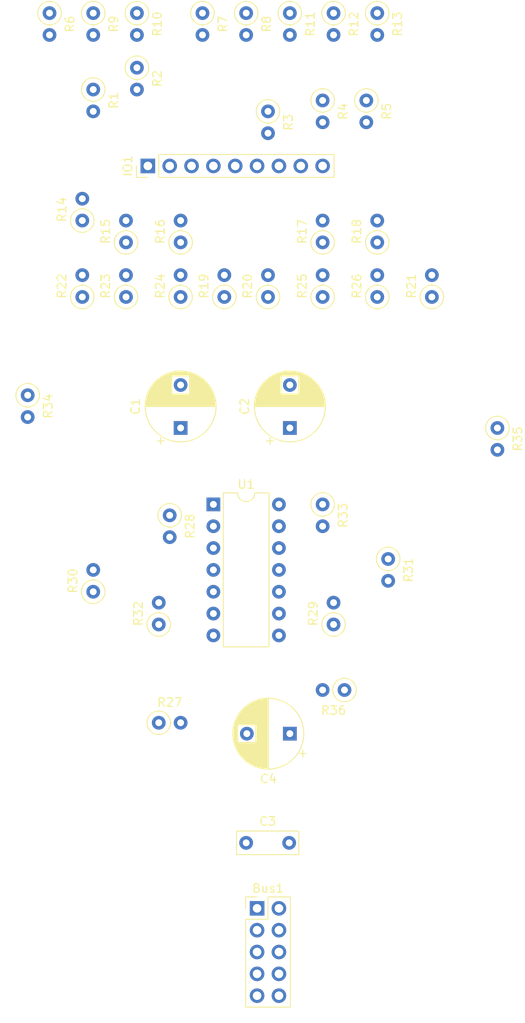
<source format=kicad_pcb>
(kicad_pcb (version 20171130) (host pcbnew 5.1.9+dfsg1-1+deb11u1)

  (general
    (thickness 1.6)
    (drawings 0)
    (tracks 0)
    (zones 0)
    (modules 43)
    (nets 41)
  )

  (page A4)
  (layers
    (0 F.Cu signal)
    (31 B.Cu signal)
    (32 B.Adhes user)
    (33 F.Adhes user)
    (34 B.Paste user)
    (35 F.Paste user)
    (36 B.SilkS user)
    (37 F.SilkS user)
    (38 B.Mask user)
    (39 F.Mask user)
    (40 Dwgs.User user)
    (41 Cmts.User user)
    (42 Eco1.User user)
    (43 Eco2.User user)
    (44 Edge.Cuts user)
    (45 Margin user)
    (46 B.CrtYd user)
    (47 F.CrtYd user)
    (48 B.Fab user)
    (49 F.Fab user)
  )

  (setup
    (last_trace_width 0.25)
    (trace_clearance 0.2)
    (zone_clearance 0.508)
    (zone_45_only no)
    (trace_min 0.2)
    (via_size 0.8)
    (via_drill 0.4)
    (via_min_size 0.4)
    (via_min_drill 0.3)
    (uvia_size 0.3)
    (uvia_drill 0.1)
    (uvias_allowed no)
    (uvia_min_size 0.2)
    (uvia_min_drill 0.1)
    (edge_width 0.05)
    (segment_width 0.2)
    (pcb_text_width 0.3)
    (pcb_text_size 1.5 1.5)
    (mod_edge_width 0.12)
    (mod_text_size 1 1)
    (mod_text_width 0.15)
    (pad_size 1.524 1.524)
    (pad_drill 0.762)
    (pad_to_mask_clearance 0)
    (aux_axis_origin 0 0)
    (visible_elements FFFFFF7F)
    (pcbplotparams
      (layerselection 0x010fc_ffffffff)
      (usegerberextensions false)
      (usegerberattributes true)
      (usegerberadvancedattributes true)
      (creategerberjobfile true)
      (excludeedgelayer true)
      (linewidth 0.100000)
      (plotframeref false)
      (viasonmask false)
      (mode 1)
      (useauxorigin false)
      (hpglpennumber 1)
      (hpglpenspeed 20)
      (hpglpendiameter 15.000000)
      (psnegative false)
      (psa4output false)
      (plotreference true)
      (plotvalue true)
      (plotinvisibletext false)
      (padsonsilk false)
      (subtractmaskfromsilk false)
      (outputformat 1)
      (mirror false)
      (drillshape 1)
      (scaleselection 1)
      (outputdirectory ""))
  )

  (net 0 "")
  (net 1 +5V)
  (net 2 GND)
  (net 3 "Net-(Bus1-Pad8)")
  (net 4 "Net-(Bus1-Pad7)")
  (net 5 "Net-(Bus1-Pad6)")
  (net 6 "Net-(Bus1-Pad5)")
  (net 7 "Net-(Bus1-Pad4)")
  (net 8 "Net-(Bus1-Pad3)")
  (net 9 /Left)
  (net 10 "Net-(C1-Pad1)")
  (net 11 /Right)
  (net 12 "Net-(C2-Pad1)")
  (net 13 /VGnd)
  (net 14 OutR)
  (net 15 "Net-(IO1-Pad8)")
  (net 16 "Net-(IO1-Pad7)")
  (net 17 "Net-(IO1-Pad6)")
  (net 18 "Net-(IO1-Pad5)")
  (net 19 "Net-(IO1-Pad4)")
  (net 20 "Net-(IO1-Pad3)")
  (net 21 "Net-(IO1-Pad2)")
  (net 22 OutL)
  (net 23 "Net-(R1-Pad1)")
  (net 24 "Net-(R10-Pad2)")
  (net 25 "Net-(R11-Pad2)")
  (net 26 "Net-(R12-Pad2)")
  (net 27 "Net-(R13-Pad2)")
  (net 28 "Net-(R14-Pad1)")
  (net 29 "Net-(R15-Pad1)")
  (net 30 "Net-(R16-Pad1)")
  (net 31 "Net-(R17-Pad1)")
  (net 32 "Net-(R18-Pad1)")
  (net 33 "Net-(R28-Pad1)")
  (net 34 "Net-(R29-Pad1)")
  (net 35 "Net-(R30-Pad1)")
  (net 36 "Net-(R31-Pad1)")
  (net 37 "Net-(R32-Pad1)")
  (net 38 "Net-(R33-Pad1)")
  (net 39 "Net-(Bus1-Pad10)")
  (net 40 "Net-(Bus1-Pad9)")

  (net_class Default "This is the default net class."
    (clearance 0.2)
    (trace_width 0.25)
    (via_dia 0.8)
    (via_drill 0.4)
    (uvia_dia 0.3)
    (uvia_drill 0.1)
    (add_net +5V)
    (add_net /Left)
    (add_net /Right)
    (add_net /VGnd)
    (add_net GND)
    (add_net "Net-(Bus1-Pad10)")
    (add_net "Net-(Bus1-Pad3)")
    (add_net "Net-(Bus1-Pad4)")
    (add_net "Net-(Bus1-Pad5)")
    (add_net "Net-(Bus1-Pad6)")
    (add_net "Net-(Bus1-Pad7)")
    (add_net "Net-(Bus1-Pad8)")
    (add_net "Net-(Bus1-Pad9)")
    (add_net "Net-(C1-Pad1)")
    (add_net "Net-(C2-Pad1)")
    (add_net "Net-(IO1-Pad2)")
    (add_net "Net-(IO1-Pad3)")
    (add_net "Net-(IO1-Pad4)")
    (add_net "Net-(IO1-Pad5)")
    (add_net "Net-(IO1-Pad6)")
    (add_net "Net-(IO1-Pad7)")
    (add_net "Net-(IO1-Pad8)")
    (add_net "Net-(R1-Pad1)")
    (add_net "Net-(R10-Pad2)")
    (add_net "Net-(R11-Pad2)")
    (add_net "Net-(R12-Pad2)")
    (add_net "Net-(R13-Pad2)")
    (add_net "Net-(R14-Pad1)")
    (add_net "Net-(R15-Pad1)")
    (add_net "Net-(R16-Pad1)")
    (add_net "Net-(R17-Pad1)")
    (add_net "Net-(R18-Pad1)")
    (add_net "Net-(R28-Pad1)")
    (add_net "Net-(R29-Pad1)")
    (add_net "Net-(R30-Pad1)")
    (add_net "Net-(R31-Pad1)")
    (add_net "Net-(R32-Pad1)")
    (add_net "Net-(R33-Pad1)")
    (add_net OutL)
    (add_net OutR)
  )

  (module Package_DIP:DIP-14_W7.62mm (layer F.Cu) (tedit 5A02E8C5) (tstamp 66971F68)
    (at 142.24 100.33)
    (descr "14-lead though-hole mounted DIP package, row spacing 7.62 mm (300 mils)")
    (tags "THT DIP DIL PDIP 2.54mm 7.62mm 300mil")
    (path /66EF7340)
    (fp_text reference U1 (at 3.81 -2.33) (layer F.SilkS)
      (effects (font (size 1 1) (thickness 0.15)))
    )
    (fp_text value LM324 (at 3.81 17.57) (layer F.Fab)
      (effects (font (size 1 1) (thickness 0.15)))
    )
    (fp_text user %R (at 3.81 7.62) (layer F.Fab)
      (effects (font (size 1 1) (thickness 0.15)))
    )
    (fp_arc (start 3.81 -1.33) (end 2.81 -1.33) (angle -180) (layer F.SilkS) (width 0.12))
    (fp_line (start 1.635 -1.27) (end 6.985 -1.27) (layer F.Fab) (width 0.1))
    (fp_line (start 6.985 -1.27) (end 6.985 16.51) (layer F.Fab) (width 0.1))
    (fp_line (start 6.985 16.51) (end 0.635 16.51) (layer F.Fab) (width 0.1))
    (fp_line (start 0.635 16.51) (end 0.635 -0.27) (layer F.Fab) (width 0.1))
    (fp_line (start 0.635 -0.27) (end 1.635 -1.27) (layer F.Fab) (width 0.1))
    (fp_line (start 2.81 -1.33) (end 1.16 -1.33) (layer F.SilkS) (width 0.12))
    (fp_line (start 1.16 -1.33) (end 1.16 16.57) (layer F.SilkS) (width 0.12))
    (fp_line (start 1.16 16.57) (end 6.46 16.57) (layer F.SilkS) (width 0.12))
    (fp_line (start 6.46 16.57) (end 6.46 -1.33) (layer F.SilkS) (width 0.12))
    (fp_line (start 6.46 -1.33) (end 4.81 -1.33) (layer F.SilkS) (width 0.12))
    (fp_line (start -1.1 -1.55) (end -1.1 16.8) (layer F.CrtYd) (width 0.05))
    (fp_line (start -1.1 16.8) (end 8.7 16.8) (layer F.CrtYd) (width 0.05))
    (fp_line (start 8.7 16.8) (end 8.7 -1.55) (layer F.CrtYd) (width 0.05))
    (fp_line (start 8.7 -1.55) (end -1.1 -1.55) (layer F.CrtYd) (width 0.05))
    (pad 14 thru_hole oval (at 7.62 0) (size 1.6 1.6) (drill 0.8) (layers *.Cu *.Mask)
      (net 38 "Net-(R33-Pad1)"))
    (pad 7 thru_hole oval (at 0 15.24) (size 1.6 1.6) (drill 0.8) (layers *.Cu *.Mask)
      (net 37 "Net-(R32-Pad1)"))
    (pad 13 thru_hole oval (at 7.62 2.54) (size 1.6 1.6) (drill 0.8) (layers *.Cu *.Mask)
      (net 13 /VGnd))
    (pad 6 thru_hole oval (at 0 12.7) (size 1.6 1.6) (drill 0.8) (layers *.Cu *.Mask)
      (net 13 /VGnd))
    (pad 12 thru_hole oval (at 7.62 5.08) (size 1.6 1.6) (drill 0.8) (layers *.Cu *.Mask)
      (net 36 "Net-(R31-Pad1)"))
    (pad 5 thru_hole oval (at 0 10.16) (size 1.6 1.6) (drill 0.8) (layers *.Cu *.Mask)
      (net 35 "Net-(R30-Pad1)"))
    (pad 11 thru_hole oval (at 7.62 7.62) (size 1.6 1.6) (drill 0.8) (layers *.Cu *.Mask)
      (net 2 GND))
    (pad 4 thru_hole oval (at 0 7.62) (size 1.6 1.6) (drill 0.8) (layers *.Cu *.Mask)
      (net 1 +5V))
    (pad 10 thru_hole oval (at 7.62 10.16) (size 1.6 1.6) (drill 0.8) (layers *.Cu *.Mask)
      (net 12 "Net-(C2-Pad1)"))
    (pad 3 thru_hole oval (at 0 5.08) (size 1.6 1.6) (drill 0.8) (layers *.Cu *.Mask)
      (net 10 "Net-(C1-Pad1)"))
    (pad 9 thru_hole oval (at 7.62 12.7) (size 1.6 1.6) (drill 0.8) (layers *.Cu *.Mask)
      (net 13 /VGnd))
    (pad 2 thru_hole oval (at 0 2.54) (size 1.6 1.6) (drill 0.8) (layers *.Cu *.Mask)
      (net 13 /VGnd))
    (pad 8 thru_hole oval (at 7.62 15.24) (size 1.6 1.6) (drill 0.8) (layers *.Cu *.Mask)
      (net 34 "Net-(R29-Pad1)"))
    (pad 1 thru_hole rect (at 0 0) (size 1.6 1.6) (drill 0.8) (layers *.Cu *.Mask)
      (net 33 "Net-(R28-Pad1)"))
    (model ${KISYS3DMOD}/Package_DIP.3dshapes/DIP-14_W7.62mm.wrl
      (at (xyz 0 0 0))
      (scale (xyz 1 1 1))
      (rotate (xyz 0 0 0))
    )
  )

  (module Resistor_THT:R_Axial_DIN0207_L6.3mm_D2.5mm_P2.54mm_Vertical (layer F.Cu) (tedit 5AE5139B) (tstamp 66971F46)
    (at 157.48 121.92 180)
    (descr "Resistor, Axial_DIN0207 series, Axial, Vertical, pin pitch=2.54mm, 0.25W = 1/4W, length*diameter=6.3*2.5mm^2, http://cdn-reichelt.de/documents/datenblatt/B400/1_4W%23YAG.pdf")
    (tags "Resistor Axial_DIN0207 series Axial Vertical pin pitch 2.54mm 0.25W = 1/4W length 6.3mm diameter 2.5mm")
    (path /669ED9CF)
    (fp_text reference R36 (at 1.27 -2.37) (layer F.SilkS)
      (effects (font (size 1 1) (thickness 0.15)))
    )
    (fp_text value 4K7 (at 1.27 2.37) (layer F.Fab)
      (effects (font (size 1 1) (thickness 0.15)))
    )
    (fp_text user %R (at 1.27 -2.37) (layer F.Fab)
      (effects (font (size 1 1) (thickness 0.15)))
    )
    (fp_circle (center 0 0) (end 1.25 0) (layer F.Fab) (width 0.1))
    (fp_circle (center 0 0) (end 1.37 0) (layer F.SilkS) (width 0.12))
    (fp_line (start 0 0) (end 2.54 0) (layer F.Fab) (width 0.1))
    (fp_line (start 1.37 0) (end 1.44 0) (layer F.SilkS) (width 0.12))
    (fp_line (start -1.5 -1.5) (end -1.5 1.5) (layer F.CrtYd) (width 0.05))
    (fp_line (start -1.5 1.5) (end 3.59 1.5) (layer F.CrtYd) (width 0.05))
    (fp_line (start 3.59 1.5) (end 3.59 -1.5) (layer F.CrtYd) (width 0.05))
    (fp_line (start 3.59 -1.5) (end -1.5 -1.5) (layer F.CrtYd) (width 0.05))
    (pad 2 thru_hole oval (at 2.54 0 180) (size 1.6 1.6) (drill 0.8) (layers *.Cu *.Mask)
      (net 2 GND))
    (pad 1 thru_hole circle (at 0 0 180) (size 1.6 1.6) (drill 0.8) (layers *.Cu *.Mask)
      (net 13 /VGnd))
    (model ${KISYS3DMOD}/Resistor_THT.3dshapes/R_Axial_DIN0207_L6.3mm_D2.5mm_P2.54mm_Vertical.wrl
      (at (xyz 0 0 0))
      (scale (xyz 1 1 1))
      (rotate (xyz 0 0 0))
    )
  )

  (module Resistor_THT:R_Axial_DIN0207_L6.3mm_D2.5mm_P2.54mm_Vertical (layer F.Cu) (tedit 5AE5139B) (tstamp 66971F37)
    (at 175.26 91.44 270)
    (descr "Resistor, Axial_DIN0207 series, Axial, Vertical, pin pitch=2.54mm, 0.25W = 1/4W, length*diameter=6.3*2.5mm^2, http://cdn-reichelt.de/documents/datenblatt/B400/1_4W%23YAG.pdf")
    (tags "Resistor Axial_DIN0207 series Axial Vertical pin pitch 2.54mm 0.25W = 1/4W length 6.3mm diameter 2.5mm")
    (path /66BE936F)
    (fp_text reference R35 (at 1.27 -2.37 90) (layer F.SilkS)
      (effects (font (size 1 1) (thickness 0.15)))
    )
    (fp_text value 1K (at 1.27 2.37 90) (layer F.Fab)
      (effects (font (size 1 1) (thickness 0.15)))
    )
    (fp_text user %R (at 1.27 -2.37 90) (layer F.Fab)
      (effects (font (size 1 1) (thickness 0.15)))
    )
    (fp_circle (center 0 0) (end 1.25 0) (layer F.Fab) (width 0.1))
    (fp_circle (center 0 0) (end 1.37 0) (layer F.SilkS) (width 0.12))
    (fp_line (start 0 0) (end 2.54 0) (layer F.Fab) (width 0.1))
    (fp_line (start 1.37 0) (end 1.44 0) (layer F.SilkS) (width 0.12))
    (fp_line (start -1.5 -1.5) (end -1.5 1.5) (layer F.CrtYd) (width 0.05))
    (fp_line (start -1.5 1.5) (end 3.59 1.5) (layer F.CrtYd) (width 0.05))
    (fp_line (start 3.59 1.5) (end 3.59 -1.5) (layer F.CrtYd) (width 0.05))
    (fp_line (start 3.59 -1.5) (end -1.5 -1.5) (layer F.CrtYd) (width 0.05))
    (pad 2 thru_hole oval (at 2.54 0 270) (size 1.6 1.6) (drill 0.8) (layers *.Cu *.Mask)
      (net 38 "Net-(R33-Pad1)"))
    (pad 1 thru_hole circle (at 0 0 270) (size 1.6 1.6) (drill 0.8) (layers *.Cu *.Mask)
      (net 14 OutR))
    (model ${KISYS3DMOD}/Resistor_THT.3dshapes/R_Axial_DIN0207_L6.3mm_D2.5mm_P2.54mm_Vertical.wrl
      (at (xyz 0 0 0))
      (scale (xyz 1 1 1))
      (rotate (xyz 0 0 0))
    )
  )

  (module Resistor_THT:R_Axial_DIN0207_L6.3mm_D2.5mm_P2.54mm_Vertical (layer F.Cu) (tedit 5AE5139B) (tstamp 66971F28)
    (at 120.65 87.63 270)
    (descr "Resistor, Axial_DIN0207 series, Axial, Vertical, pin pitch=2.54mm, 0.25W = 1/4W, length*diameter=6.3*2.5mm^2, http://cdn-reichelt.de/documents/datenblatt/B400/1_4W%23YAG.pdf")
    (tags "Resistor Axial_DIN0207 series Axial Vertical pin pitch 2.54mm 0.25W = 1/4W length 6.3mm diameter 2.5mm")
    (path /66A941E6)
    (fp_text reference R34 (at 1.27 -2.37 90) (layer F.SilkS)
      (effects (font (size 1 1) (thickness 0.15)))
    )
    (fp_text value 1K (at 1.27 2.37 90) (layer F.Fab)
      (effects (font (size 1 1) (thickness 0.15)))
    )
    (fp_text user %R (at 1.27 -2.37 90) (layer F.Fab)
      (effects (font (size 1 1) (thickness 0.15)))
    )
    (fp_circle (center 0 0) (end 1.25 0) (layer F.Fab) (width 0.1))
    (fp_circle (center 0 0) (end 1.37 0) (layer F.SilkS) (width 0.12))
    (fp_line (start 0 0) (end 2.54 0) (layer F.Fab) (width 0.1))
    (fp_line (start 1.37 0) (end 1.44 0) (layer F.SilkS) (width 0.12))
    (fp_line (start -1.5 -1.5) (end -1.5 1.5) (layer F.CrtYd) (width 0.05))
    (fp_line (start -1.5 1.5) (end 3.59 1.5) (layer F.CrtYd) (width 0.05))
    (fp_line (start 3.59 1.5) (end 3.59 -1.5) (layer F.CrtYd) (width 0.05))
    (fp_line (start 3.59 -1.5) (end -1.5 -1.5) (layer F.CrtYd) (width 0.05))
    (pad 2 thru_hole oval (at 2.54 0 270) (size 1.6 1.6) (drill 0.8) (layers *.Cu *.Mask)
      (net 37 "Net-(R32-Pad1)"))
    (pad 1 thru_hole circle (at 0 0 270) (size 1.6 1.6) (drill 0.8) (layers *.Cu *.Mask)
      (net 22 OutL))
    (model ${KISYS3DMOD}/Resistor_THT.3dshapes/R_Axial_DIN0207_L6.3mm_D2.5mm_P2.54mm_Vertical.wrl
      (at (xyz 0 0 0))
      (scale (xyz 1 1 1))
      (rotate (xyz 0 0 0))
    )
  )

  (module Resistor_THT:R_Axial_DIN0207_L6.3mm_D2.5mm_P2.54mm_Vertical (layer F.Cu) (tedit 5AE5139B) (tstamp 66971F19)
    (at 154.94 100.33 270)
    (descr "Resistor, Axial_DIN0207 series, Axial, Vertical, pin pitch=2.54mm, 0.25W = 1/4W, length*diameter=6.3*2.5mm^2, http://cdn-reichelt.de/documents/datenblatt/B400/1_4W%23YAG.pdf")
    (tags "Resistor Axial_DIN0207 series Axial Vertical pin pitch 2.54mm 0.25W = 1/4W length 6.3mm diameter 2.5mm")
    (path /66BE9361)
    (fp_text reference R33 (at 1.27 -2.37 90) (layer F.SilkS)
      (effects (font (size 1 1) (thickness 0.15)))
    )
    (fp_text value 100K (at 1.27 2.37 90) (layer F.Fab)
      (effects (font (size 1 1) (thickness 0.15)))
    )
    (fp_text user %R (at 1.27 -2.37 90) (layer F.Fab)
      (effects (font (size 1 1) (thickness 0.15)))
    )
    (fp_circle (center 0 0) (end 1.25 0) (layer F.Fab) (width 0.1))
    (fp_circle (center 0 0) (end 1.37 0) (layer F.SilkS) (width 0.12))
    (fp_line (start 0 0) (end 2.54 0) (layer F.Fab) (width 0.1))
    (fp_line (start 1.37 0) (end 1.44 0) (layer F.SilkS) (width 0.12))
    (fp_line (start -1.5 -1.5) (end -1.5 1.5) (layer F.CrtYd) (width 0.05))
    (fp_line (start -1.5 1.5) (end 3.59 1.5) (layer F.CrtYd) (width 0.05))
    (fp_line (start 3.59 1.5) (end 3.59 -1.5) (layer F.CrtYd) (width 0.05))
    (fp_line (start 3.59 -1.5) (end -1.5 -1.5) (layer F.CrtYd) (width 0.05))
    (pad 2 thru_hole oval (at 2.54 0 270) (size 1.6 1.6) (drill 0.8) (layers *.Cu *.Mask)
      (net 36 "Net-(R31-Pad1)"))
    (pad 1 thru_hole circle (at 0 0 270) (size 1.6 1.6) (drill 0.8) (layers *.Cu *.Mask)
      (net 38 "Net-(R33-Pad1)"))
    (model ${KISYS3DMOD}/Resistor_THT.3dshapes/R_Axial_DIN0207_L6.3mm_D2.5mm_P2.54mm_Vertical.wrl
      (at (xyz 0 0 0))
      (scale (xyz 1 1 1))
      (rotate (xyz 0 0 0))
    )
  )

  (module Resistor_THT:R_Axial_DIN0207_L6.3mm_D2.5mm_P2.54mm_Vertical (layer F.Cu) (tedit 5AE5139B) (tstamp 66971F0A)
    (at 135.89 114.3 90)
    (descr "Resistor, Axial_DIN0207 series, Axial, Vertical, pin pitch=2.54mm, 0.25W = 1/4W, length*diameter=6.3*2.5mm^2, http://cdn-reichelt.de/documents/datenblatt/B400/1_4W%23YAG.pdf")
    (tags "Resistor Axial_DIN0207 series Axial Vertical pin pitch 2.54mm 0.25W = 1/4W length 6.3mm diameter 2.5mm")
    (path /66A8C282)
    (fp_text reference R32 (at 1.27 -2.37 90) (layer F.SilkS)
      (effects (font (size 1 1) (thickness 0.15)))
    )
    (fp_text value 100K (at 1.27 2.37 90) (layer F.Fab)
      (effects (font (size 1 1) (thickness 0.15)))
    )
    (fp_text user %R (at 1.27 -2.37 90) (layer F.Fab)
      (effects (font (size 1 1) (thickness 0.15)))
    )
    (fp_circle (center 0 0) (end 1.25 0) (layer F.Fab) (width 0.1))
    (fp_circle (center 0 0) (end 1.37 0) (layer F.SilkS) (width 0.12))
    (fp_line (start 0 0) (end 2.54 0) (layer F.Fab) (width 0.1))
    (fp_line (start 1.37 0) (end 1.44 0) (layer F.SilkS) (width 0.12))
    (fp_line (start -1.5 -1.5) (end -1.5 1.5) (layer F.CrtYd) (width 0.05))
    (fp_line (start -1.5 1.5) (end 3.59 1.5) (layer F.CrtYd) (width 0.05))
    (fp_line (start 3.59 1.5) (end 3.59 -1.5) (layer F.CrtYd) (width 0.05))
    (fp_line (start 3.59 -1.5) (end -1.5 -1.5) (layer F.CrtYd) (width 0.05))
    (pad 2 thru_hole oval (at 2.54 0 90) (size 1.6 1.6) (drill 0.8) (layers *.Cu *.Mask)
      (net 35 "Net-(R30-Pad1)"))
    (pad 1 thru_hole circle (at 0 0 90) (size 1.6 1.6) (drill 0.8) (layers *.Cu *.Mask)
      (net 37 "Net-(R32-Pad1)"))
    (model ${KISYS3DMOD}/Resistor_THT.3dshapes/R_Axial_DIN0207_L6.3mm_D2.5mm_P2.54mm_Vertical.wrl
      (at (xyz 0 0 0))
      (scale (xyz 1 1 1))
      (rotate (xyz 0 0 0))
    )
  )

  (module Resistor_THT:R_Axial_DIN0207_L6.3mm_D2.5mm_P2.54mm_Vertical (layer F.Cu) (tedit 5AE5139B) (tstamp 66971EFB)
    (at 162.56 106.68 270)
    (descr "Resistor, Axial_DIN0207 series, Axial, Vertical, pin pitch=2.54mm, 0.25W = 1/4W, length*diameter=6.3*2.5mm^2, http://cdn-reichelt.de/documents/datenblatt/B400/1_4W%23YAG.pdf")
    (tags "Resistor Axial_DIN0207 series Axial Vertical pin pitch 2.54mm 0.25W = 1/4W length 6.3mm diameter 2.5mm")
    (path /66BE9378)
    (fp_text reference R31 (at 1.27 -2.37 90) (layer F.SilkS)
      (effects (font (size 1 1) (thickness 0.15)))
    )
    (fp_text value 100K (at 1.27 2.37 90) (layer F.Fab)
      (effects (font (size 1 1) (thickness 0.15)))
    )
    (fp_text user %R (at 1.27 -2.37 90) (layer F.Fab)
      (effects (font (size 1 1) (thickness 0.15)))
    )
    (fp_circle (center 0 0) (end 1.25 0) (layer F.Fab) (width 0.1))
    (fp_circle (center 0 0) (end 1.37 0) (layer F.SilkS) (width 0.12))
    (fp_line (start 0 0) (end 2.54 0) (layer F.Fab) (width 0.1))
    (fp_line (start 1.37 0) (end 1.44 0) (layer F.SilkS) (width 0.12))
    (fp_line (start -1.5 -1.5) (end -1.5 1.5) (layer F.CrtYd) (width 0.05))
    (fp_line (start -1.5 1.5) (end 3.59 1.5) (layer F.CrtYd) (width 0.05))
    (fp_line (start 3.59 1.5) (end 3.59 -1.5) (layer F.CrtYd) (width 0.05))
    (fp_line (start 3.59 -1.5) (end -1.5 -1.5) (layer F.CrtYd) (width 0.05))
    (pad 2 thru_hole oval (at 2.54 0 270) (size 1.6 1.6) (drill 0.8) (layers *.Cu *.Mask)
      (net 34 "Net-(R29-Pad1)"))
    (pad 1 thru_hole circle (at 0 0 270) (size 1.6 1.6) (drill 0.8) (layers *.Cu *.Mask)
      (net 36 "Net-(R31-Pad1)"))
    (model ${KISYS3DMOD}/Resistor_THT.3dshapes/R_Axial_DIN0207_L6.3mm_D2.5mm_P2.54mm_Vertical.wrl
      (at (xyz 0 0 0))
      (scale (xyz 1 1 1))
      (rotate (xyz 0 0 0))
    )
  )

  (module Resistor_THT:R_Axial_DIN0207_L6.3mm_D2.5mm_P2.54mm_Vertical (layer F.Cu) (tedit 5AE5139B) (tstamp 66971EEC)
    (at 128.27 110.49 90)
    (descr "Resistor, Axial_DIN0207 series, Axial, Vertical, pin pitch=2.54mm, 0.25W = 1/4W, length*diameter=6.3*2.5mm^2, http://cdn-reichelt.de/documents/datenblatt/B400/1_4W%23YAG.pdf")
    (tags "Resistor Axial_DIN0207 series Axial Vertical pin pitch 2.54mm 0.25W = 1/4W length 6.3mm diameter 2.5mm")
    (path /66A81C6D)
    (fp_text reference R30 (at 1.27 -2.37 90) (layer F.SilkS)
      (effects (font (size 1 1) (thickness 0.15)))
    )
    (fp_text value 100K (at 1.27 2.37 90) (layer F.Fab)
      (effects (font (size 1 1) (thickness 0.15)))
    )
    (fp_text user %R (at 1.27 -2.37 90) (layer F.Fab)
      (effects (font (size 1 1) (thickness 0.15)))
    )
    (fp_circle (center 0 0) (end 1.25 0) (layer F.Fab) (width 0.1))
    (fp_circle (center 0 0) (end 1.37 0) (layer F.SilkS) (width 0.12))
    (fp_line (start 0 0) (end 2.54 0) (layer F.Fab) (width 0.1))
    (fp_line (start 1.37 0) (end 1.44 0) (layer F.SilkS) (width 0.12))
    (fp_line (start -1.5 -1.5) (end -1.5 1.5) (layer F.CrtYd) (width 0.05))
    (fp_line (start -1.5 1.5) (end 3.59 1.5) (layer F.CrtYd) (width 0.05))
    (fp_line (start 3.59 1.5) (end 3.59 -1.5) (layer F.CrtYd) (width 0.05))
    (fp_line (start 3.59 -1.5) (end -1.5 -1.5) (layer F.CrtYd) (width 0.05))
    (pad 2 thru_hole oval (at 2.54 0 90) (size 1.6 1.6) (drill 0.8) (layers *.Cu *.Mask)
      (net 33 "Net-(R28-Pad1)"))
    (pad 1 thru_hole circle (at 0 0 90) (size 1.6 1.6) (drill 0.8) (layers *.Cu *.Mask)
      (net 35 "Net-(R30-Pad1)"))
    (model ${KISYS3DMOD}/Resistor_THT.3dshapes/R_Axial_DIN0207_L6.3mm_D2.5mm_P2.54mm_Vertical.wrl
      (at (xyz 0 0 0))
      (scale (xyz 1 1 1))
      (rotate (xyz 0 0 0))
    )
  )

  (module Resistor_THT:R_Axial_DIN0207_L6.3mm_D2.5mm_P2.54mm_Vertical (layer F.Cu) (tedit 5AE5139B) (tstamp 66971EDD)
    (at 156.21 114.3 90)
    (descr "Resistor, Axial_DIN0207 series, Axial, Vertical, pin pitch=2.54mm, 0.25W = 1/4W, length*diameter=6.3*2.5mm^2, http://cdn-reichelt.de/documents/datenblatt/B400/1_4W%23YAG.pdf")
    (tags "Resistor Axial_DIN0207 series Axial Vertical pin pitch 2.54mm 0.25W = 1/4W length 6.3mm diameter 2.5mm")
    (path /66BE9381)
    (fp_text reference R29 (at 1.27 -2.37 90) (layer F.SilkS)
      (effects (font (size 1 1) (thickness 0.15)))
    )
    (fp_text value 100K (at 1.27 2.37 90) (layer F.Fab)
      (effects (font (size 1 1) (thickness 0.15)))
    )
    (fp_text user %R (at 1.27 -2.37 90) (layer F.Fab)
      (effects (font (size 1 1) (thickness 0.15)))
    )
    (fp_circle (center 0 0) (end 1.25 0) (layer F.Fab) (width 0.1))
    (fp_circle (center 0 0) (end 1.37 0) (layer F.SilkS) (width 0.12))
    (fp_line (start 0 0) (end 2.54 0) (layer F.Fab) (width 0.1))
    (fp_line (start 1.37 0) (end 1.44 0) (layer F.SilkS) (width 0.12))
    (fp_line (start -1.5 -1.5) (end -1.5 1.5) (layer F.CrtYd) (width 0.05))
    (fp_line (start -1.5 1.5) (end 3.59 1.5) (layer F.CrtYd) (width 0.05))
    (fp_line (start 3.59 1.5) (end 3.59 -1.5) (layer F.CrtYd) (width 0.05))
    (fp_line (start 3.59 -1.5) (end -1.5 -1.5) (layer F.CrtYd) (width 0.05))
    (pad 2 thru_hole oval (at 2.54 0 90) (size 1.6 1.6) (drill 0.8) (layers *.Cu *.Mask)
      (net 12 "Net-(C2-Pad1)"))
    (pad 1 thru_hole circle (at 0 0 90) (size 1.6 1.6) (drill 0.8) (layers *.Cu *.Mask)
      (net 34 "Net-(R29-Pad1)"))
    (model ${KISYS3DMOD}/Resistor_THT.3dshapes/R_Axial_DIN0207_L6.3mm_D2.5mm_P2.54mm_Vertical.wrl
      (at (xyz 0 0 0))
      (scale (xyz 1 1 1))
      (rotate (xyz 0 0 0))
    )
  )

  (module Resistor_THT:R_Axial_DIN0207_L6.3mm_D2.5mm_P2.54mm_Vertical (layer F.Cu) (tedit 5AE5139B) (tstamp 66971ECE)
    (at 137.16 101.6 270)
    (descr "Resistor, Axial_DIN0207 series, Axial, Vertical, pin pitch=2.54mm, 0.25W = 1/4W, length*diameter=6.3*2.5mm^2, http://cdn-reichelt.de/documents/datenblatt/B400/1_4W%23YAG.pdf")
    (tags "Resistor Axial_DIN0207 series Axial Vertical pin pitch 2.54mm 0.25W = 1/4W length 6.3mm diameter 2.5mm")
    (path /66B7477B)
    (fp_text reference R28 (at 1.27 -2.37 90) (layer F.SilkS)
      (effects (font (size 1 1) (thickness 0.15)))
    )
    (fp_text value 100K (at 1.27 2.37 90) (layer F.Fab)
      (effects (font (size 1 1) (thickness 0.15)))
    )
    (fp_text user %R (at 1.27 -2.37 90) (layer F.Fab)
      (effects (font (size 1 1) (thickness 0.15)))
    )
    (fp_circle (center 0 0) (end 1.25 0) (layer F.Fab) (width 0.1))
    (fp_circle (center 0 0) (end 1.37 0) (layer F.SilkS) (width 0.12))
    (fp_line (start 0 0) (end 2.54 0) (layer F.Fab) (width 0.1))
    (fp_line (start 1.37 0) (end 1.44 0) (layer F.SilkS) (width 0.12))
    (fp_line (start -1.5 -1.5) (end -1.5 1.5) (layer F.CrtYd) (width 0.05))
    (fp_line (start -1.5 1.5) (end 3.59 1.5) (layer F.CrtYd) (width 0.05))
    (fp_line (start 3.59 1.5) (end 3.59 -1.5) (layer F.CrtYd) (width 0.05))
    (fp_line (start 3.59 -1.5) (end -1.5 -1.5) (layer F.CrtYd) (width 0.05))
    (pad 2 thru_hole oval (at 2.54 0 270) (size 1.6 1.6) (drill 0.8) (layers *.Cu *.Mask)
      (net 10 "Net-(C1-Pad1)"))
    (pad 1 thru_hole circle (at 0 0 270) (size 1.6 1.6) (drill 0.8) (layers *.Cu *.Mask)
      (net 33 "Net-(R28-Pad1)"))
    (model ${KISYS3DMOD}/Resistor_THT.3dshapes/R_Axial_DIN0207_L6.3mm_D2.5mm_P2.54mm_Vertical.wrl
      (at (xyz 0 0 0))
      (scale (xyz 1 1 1))
      (rotate (xyz 0 0 0))
    )
  )

  (module Resistor_THT:R_Axial_DIN0207_L6.3mm_D2.5mm_P2.54mm_Vertical (layer F.Cu) (tedit 5AE5139B) (tstamp 66971EBF)
    (at 135.89 125.73)
    (descr "Resistor, Axial_DIN0207 series, Axial, Vertical, pin pitch=2.54mm, 0.25W = 1/4W, length*diameter=6.3*2.5mm^2, http://cdn-reichelt.de/documents/datenblatt/B400/1_4W%23YAG.pdf")
    (tags "Resistor Axial_DIN0207 series Axial Vertical pin pitch 2.54mm 0.25W = 1/4W length 6.3mm diameter 2.5mm")
    (path /669ECFB8)
    (fp_text reference R27 (at 1.27 -2.37) (layer F.SilkS)
      (effects (font (size 1 1) (thickness 0.15)))
    )
    (fp_text value 4K7 (at 1.27 2.37) (layer F.Fab)
      (effects (font (size 1 1) (thickness 0.15)))
    )
    (fp_text user %R (at 1.27 -2.37) (layer F.Fab)
      (effects (font (size 1 1) (thickness 0.15)))
    )
    (fp_circle (center 0 0) (end 1.25 0) (layer F.Fab) (width 0.1))
    (fp_circle (center 0 0) (end 1.37 0) (layer F.SilkS) (width 0.12))
    (fp_line (start 0 0) (end 2.54 0) (layer F.Fab) (width 0.1))
    (fp_line (start 1.37 0) (end 1.44 0) (layer F.SilkS) (width 0.12))
    (fp_line (start -1.5 -1.5) (end -1.5 1.5) (layer F.CrtYd) (width 0.05))
    (fp_line (start -1.5 1.5) (end 3.59 1.5) (layer F.CrtYd) (width 0.05))
    (fp_line (start 3.59 1.5) (end 3.59 -1.5) (layer F.CrtYd) (width 0.05))
    (fp_line (start 3.59 -1.5) (end -1.5 -1.5) (layer F.CrtYd) (width 0.05))
    (pad 2 thru_hole oval (at 2.54 0) (size 1.6 1.6) (drill 0.8) (layers *.Cu *.Mask)
      (net 13 /VGnd))
    (pad 1 thru_hole circle (at 0 0) (size 1.6 1.6) (drill 0.8) (layers *.Cu *.Mask)
      (net 1 +5V))
    (model ${KISYS3DMOD}/Resistor_THT.3dshapes/R_Axial_DIN0207_L6.3mm_D2.5mm_P2.54mm_Vertical.wrl
      (at (xyz 0 0 0))
      (scale (xyz 1 1 1))
      (rotate (xyz 0 0 0))
    )
  )

  (module Resistor_THT:R_Axial_DIN0207_L6.3mm_D2.5mm_P2.54mm_Vertical (layer F.Cu) (tedit 5AE5139B) (tstamp 66971EB0)
    (at 161.29 76.2 90)
    (descr "Resistor, Axial_DIN0207 series, Axial, Vertical, pin pitch=2.54mm, 0.25W = 1/4W, length*diameter=6.3*2.5mm^2, http://cdn-reichelt.de/documents/datenblatt/B400/1_4W%23YAG.pdf")
    (tags "Resistor Axial_DIN0207 series Axial Vertical pin pitch 2.54mm 0.25W = 1/4W length 6.3mm diameter 2.5mm")
    (path /6699E407)
    (fp_text reference R26 (at 1.27 -2.37 90) (layer F.SilkS)
      (effects (font (size 1 1) (thickness 0.15)))
    )
    (fp_text value 56K (at 1.27 2.37 90) (layer F.Fab)
      (effects (font (size 1 1) (thickness 0.15)))
    )
    (fp_text user %R (at 1.27 -2.37 90) (layer F.Fab)
      (effects (font (size 1 1) (thickness 0.15)))
    )
    (fp_circle (center 0 0) (end 1.25 0) (layer F.Fab) (width 0.1))
    (fp_circle (center 0 0) (end 1.37 0) (layer F.SilkS) (width 0.12))
    (fp_line (start 0 0) (end 2.54 0) (layer F.Fab) (width 0.1))
    (fp_line (start 1.37 0) (end 1.44 0) (layer F.SilkS) (width 0.12))
    (fp_line (start -1.5 -1.5) (end -1.5 1.5) (layer F.CrtYd) (width 0.05))
    (fp_line (start -1.5 1.5) (end 3.59 1.5) (layer F.CrtYd) (width 0.05))
    (fp_line (start 3.59 1.5) (end 3.59 -1.5) (layer F.CrtYd) (width 0.05))
    (fp_line (start 3.59 -1.5) (end -1.5 -1.5) (layer F.CrtYd) (width 0.05))
    (pad 2 thru_hole oval (at 2.54 0 90) (size 1.6 1.6) (drill 0.8) (layers *.Cu *.Mask)
      (net 32 "Net-(R18-Pad1)"))
    (pad 1 thru_hole circle (at 0 0 90) (size 1.6 1.6) (drill 0.8) (layers *.Cu *.Mask)
      (net 11 /Right))
    (model ${KISYS3DMOD}/Resistor_THT.3dshapes/R_Axial_DIN0207_L6.3mm_D2.5mm_P2.54mm_Vertical.wrl
      (at (xyz 0 0 0))
      (scale (xyz 1 1 1))
      (rotate (xyz 0 0 0))
    )
  )

  (module Resistor_THT:R_Axial_DIN0207_L6.3mm_D2.5mm_P2.54mm_Vertical (layer F.Cu) (tedit 5AE5139B) (tstamp 66971EA1)
    (at 154.94 76.2 90)
    (descr "Resistor, Axial_DIN0207 series, Axial, Vertical, pin pitch=2.54mm, 0.25W = 1/4W, length*diameter=6.3*2.5mm^2, http://cdn-reichelt.de/documents/datenblatt/B400/1_4W%23YAG.pdf")
    (tags "Resistor Axial_DIN0207 series Axial Vertical pin pitch 2.54mm 0.25W = 1/4W length 6.3mm diameter 2.5mm")
    (path /6699E413)
    (fp_text reference R25 (at 1.27 -2.37 90) (layer F.SilkS)
      (effects (font (size 1 1) (thickness 0.15)))
    )
    (fp_text value 56K (at 1.27 2.37 90) (layer F.Fab)
      (effects (font (size 1 1) (thickness 0.15)))
    )
    (fp_text user %R (at 1.27 -2.37 90) (layer F.Fab)
      (effects (font (size 1 1) (thickness 0.15)))
    )
    (fp_circle (center 0 0) (end 1.25 0) (layer F.Fab) (width 0.1))
    (fp_circle (center 0 0) (end 1.37 0) (layer F.SilkS) (width 0.12))
    (fp_line (start 0 0) (end 2.54 0) (layer F.Fab) (width 0.1))
    (fp_line (start 1.37 0) (end 1.44 0) (layer F.SilkS) (width 0.12))
    (fp_line (start -1.5 -1.5) (end -1.5 1.5) (layer F.CrtYd) (width 0.05))
    (fp_line (start -1.5 1.5) (end 3.59 1.5) (layer F.CrtYd) (width 0.05))
    (fp_line (start 3.59 1.5) (end 3.59 -1.5) (layer F.CrtYd) (width 0.05))
    (fp_line (start 3.59 -1.5) (end -1.5 -1.5) (layer F.CrtYd) (width 0.05))
    (pad 2 thru_hole oval (at 2.54 0 90) (size 1.6 1.6) (drill 0.8) (layers *.Cu *.Mask)
      (net 31 "Net-(R17-Pad1)"))
    (pad 1 thru_hole circle (at 0 0 90) (size 1.6 1.6) (drill 0.8) (layers *.Cu *.Mask)
      (net 11 /Right))
    (model ${KISYS3DMOD}/Resistor_THT.3dshapes/R_Axial_DIN0207_L6.3mm_D2.5mm_P2.54mm_Vertical.wrl
      (at (xyz 0 0 0))
      (scale (xyz 1 1 1))
      (rotate (xyz 0 0 0))
    )
  )

  (module Resistor_THT:R_Axial_DIN0207_L6.3mm_D2.5mm_P2.54mm_Vertical (layer F.Cu) (tedit 5AE5139B) (tstamp 66971E92)
    (at 138.43 76.2 90)
    (descr "Resistor, Axial_DIN0207 series, Axial, Vertical, pin pitch=2.54mm, 0.25W = 1/4W, length*diameter=6.3*2.5mm^2, http://cdn-reichelt.de/documents/datenblatt/B400/1_4W%23YAG.pdf")
    (tags "Resistor Axial_DIN0207 series Axial Vertical pin pitch 2.54mm 0.25W = 1/4W length 6.3mm diameter 2.5mm")
    (path /6699E425)
    (fp_text reference R24 (at 1.27 -2.37 90) (layer F.SilkS)
      (effects (font (size 1 1) (thickness 0.15)))
    )
    (fp_text value 180K (at 1.27 2.37 90) (layer F.Fab)
      (effects (font (size 1 1) (thickness 0.15)))
    )
    (fp_text user %R (at 1.27 -2.37 90) (layer F.Fab)
      (effects (font (size 1 1) (thickness 0.15)))
    )
    (fp_circle (center 0 0) (end 1.25 0) (layer F.Fab) (width 0.1))
    (fp_circle (center 0 0) (end 1.37 0) (layer F.SilkS) (width 0.12))
    (fp_line (start 0 0) (end 2.54 0) (layer F.Fab) (width 0.1))
    (fp_line (start 1.37 0) (end 1.44 0) (layer F.SilkS) (width 0.12))
    (fp_line (start -1.5 -1.5) (end -1.5 1.5) (layer F.CrtYd) (width 0.05))
    (fp_line (start -1.5 1.5) (end 3.59 1.5) (layer F.CrtYd) (width 0.05))
    (fp_line (start 3.59 1.5) (end 3.59 -1.5) (layer F.CrtYd) (width 0.05))
    (fp_line (start 3.59 -1.5) (end -1.5 -1.5) (layer F.CrtYd) (width 0.05))
    (pad 2 thru_hole oval (at 2.54 0 90) (size 1.6 1.6) (drill 0.8) (layers *.Cu *.Mask)
      (net 30 "Net-(R16-Pad1)"))
    (pad 1 thru_hole circle (at 0 0 90) (size 1.6 1.6) (drill 0.8) (layers *.Cu *.Mask)
      (net 11 /Right))
    (model ${KISYS3DMOD}/Resistor_THT.3dshapes/R_Axial_DIN0207_L6.3mm_D2.5mm_P2.54mm_Vertical.wrl
      (at (xyz 0 0 0))
      (scale (xyz 1 1 1))
      (rotate (xyz 0 0 0))
    )
  )

  (module Resistor_THT:R_Axial_DIN0207_L6.3mm_D2.5mm_P2.54mm_Vertical (layer F.Cu) (tedit 5AE5139B) (tstamp 66971E83)
    (at 132.08 76.2 90)
    (descr "Resistor, Axial_DIN0207 series, Axial, Vertical, pin pitch=2.54mm, 0.25W = 1/4W, length*diameter=6.3*2.5mm^2, http://cdn-reichelt.de/documents/datenblatt/B400/1_4W%23YAG.pdf")
    (tags "Resistor Axial_DIN0207 series Axial Vertical pin pitch 2.54mm 0.25W = 1/4W length 6.3mm diameter 2.5mm")
    (path /6699E437)
    (fp_text reference R23 (at 1.27 -2.37 90) (layer F.SilkS)
      (effects (font (size 1 1) (thickness 0.15)))
    )
    (fp_text value 220K (at 1.27 2.37 90) (layer F.Fab)
      (effects (font (size 1 1) (thickness 0.15)))
    )
    (fp_text user %R (at 1.27 -2.37 90) (layer F.Fab)
      (effects (font (size 1 1) (thickness 0.15)))
    )
    (fp_circle (center 0 0) (end 1.25 0) (layer F.Fab) (width 0.1))
    (fp_circle (center 0 0) (end 1.37 0) (layer F.SilkS) (width 0.12))
    (fp_line (start 0 0) (end 2.54 0) (layer F.Fab) (width 0.1))
    (fp_line (start 1.37 0) (end 1.44 0) (layer F.SilkS) (width 0.12))
    (fp_line (start -1.5 -1.5) (end -1.5 1.5) (layer F.CrtYd) (width 0.05))
    (fp_line (start -1.5 1.5) (end 3.59 1.5) (layer F.CrtYd) (width 0.05))
    (fp_line (start 3.59 1.5) (end 3.59 -1.5) (layer F.CrtYd) (width 0.05))
    (fp_line (start 3.59 -1.5) (end -1.5 -1.5) (layer F.CrtYd) (width 0.05))
    (pad 2 thru_hole oval (at 2.54 0 90) (size 1.6 1.6) (drill 0.8) (layers *.Cu *.Mask)
      (net 29 "Net-(R15-Pad1)"))
    (pad 1 thru_hole circle (at 0 0 90) (size 1.6 1.6) (drill 0.8) (layers *.Cu *.Mask)
      (net 11 /Right))
    (model ${KISYS3DMOD}/Resistor_THT.3dshapes/R_Axial_DIN0207_L6.3mm_D2.5mm_P2.54mm_Vertical.wrl
      (at (xyz 0 0 0))
      (scale (xyz 1 1 1))
      (rotate (xyz 0 0 0))
    )
  )

  (module Resistor_THT:R_Axial_DIN0207_L6.3mm_D2.5mm_P2.54mm_Vertical (layer F.Cu) (tedit 5AE5139B) (tstamp 66971E74)
    (at 127 76.2 90)
    (descr "Resistor, Axial_DIN0207 series, Axial, Vertical, pin pitch=2.54mm, 0.25W = 1/4W, length*diameter=6.3*2.5mm^2, http://cdn-reichelt.de/documents/datenblatt/B400/1_4W%23YAG.pdf")
    (tags "Resistor Axial_DIN0207 series Axial Vertical pin pitch 2.54mm 0.25W = 1/4W length 6.3mm diameter 2.5mm")
    (path /6699E443)
    (fp_text reference R22 (at 1.27 -2.37 90) (layer F.SilkS)
      (effects (font (size 1 1) (thickness 0.15)))
    )
    (fp_text value 1M (at 1.27 2.37 90) (layer F.Fab)
      (effects (font (size 1 1) (thickness 0.15)))
    )
    (fp_text user %R (at 1.27 -2.37 90) (layer F.Fab)
      (effects (font (size 1 1) (thickness 0.15)))
    )
    (fp_circle (center 0 0) (end 1.25 0) (layer F.Fab) (width 0.1))
    (fp_circle (center 0 0) (end 1.37 0) (layer F.SilkS) (width 0.12))
    (fp_line (start 0 0) (end 2.54 0) (layer F.Fab) (width 0.1))
    (fp_line (start 1.37 0) (end 1.44 0) (layer F.SilkS) (width 0.12))
    (fp_line (start -1.5 -1.5) (end -1.5 1.5) (layer F.CrtYd) (width 0.05))
    (fp_line (start -1.5 1.5) (end 3.59 1.5) (layer F.CrtYd) (width 0.05))
    (fp_line (start 3.59 1.5) (end 3.59 -1.5) (layer F.CrtYd) (width 0.05))
    (fp_line (start 3.59 -1.5) (end -1.5 -1.5) (layer F.CrtYd) (width 0.05))
    (pad 2 thru_hole oval (at 2.54 0 90) (size 1.6 1.6) (drill 0.8) (layers *.Cu *.Mask)
      (net 28 "Net-(R14-Pad1)"))
    (pad 1 thru_hole circle (at 0 0 90) (size 1.6 1.6) (drill 0.8) (layers *.Cu *.Mask)
      (net 11 /Right))
    (model ${KISYS3DMOD}/Resistor_THT.3dshapes/R_Axial_DIN0207_L6.3mm_D2.5mm_P2.54mm_Vertical.wrl
      (at (xyz 0 0 0))
      (scale (xyz 1 1 1))
      (rotate (xyz 0 0 0))
    )
  )

  (module Resistor_THT:R_Axial_DIN0207_L6.3mm_D2.5mm_P2.54mm_Vertical (layer F.Cu) (tedit 5AE5139B) (tstamp 66971E65)
    (at 167.64 76.2 90)
    (descr "Resistor, Axial_DIN0207 series, Axial, Vertical, pin pitch=2.54mm, 0.25W = 1/4W, length*diameter=6.3*2.5mm^2, http://cdn-reichelt.de/documents/datenblatt/B400/1_4W%23YAG.pdf")
    (tags "Resistor Axial_DIN0207 series Axial Vertical pin pitch 2.54mm 0.25W = 1/4W length 6.3mm diameter 2.5mm")
    (path /6699E3FB)
    (fp_text reference R21 (at 1.27 -2.37 90) (layer F.SilkS)
      (effects (font (size 1 1) (thickness 0.15)))
    )
    (fp_text value 100K (at 1.27 2.37 90) (layer F.Fab)
      (effects (font (size 1 1) (thickness 0.15)))
    )
    (fp_text user %R (at 1.27 -2.37 90) (layer F.Fab)
      (effects (font (size 1 1) (thickness 0.15)))
    )
    (fp_circle (center 0 0) (end 1.25 0) (layer F.Fab) (width 0.1))
    (fp_circle (center 0 0) (end 1.37 0) (layer F.SilkS) (width 0.12))
    (fp_line (start 0 0) (end 2.54 0) (layer F.Fab) (width 0.1))
    (fp_line (start 1.37 0) (end 1.44 0) (layer F.SilkS) (width 0.12))
    (fp_line (start -1.5 -1.5) (end -1.5 1.5) (layer F.CrtYd) (width 0.05))
    (fp_line (start -1.5 1.5) (end 3.59 1.5) (layer F.CrtYd) (width 0.05))
    (fp_line (start 3.59 1.5) (end 3.59 -1.5) (layer F.CrtYd) (width 0.05))
    (fp_line (start 3.59 -1.5) (end -1.5 -1.5) (layer F.CrtYd) (width 0.05))
    (pad 2 thru_hole oval (at 2.54 0 90) (size 1.6 1.6) (drill 0.8) (layers *.Cu *.Mask)
      (net 15 "Net-(IO1-Pad8)"))
    (pad 1 thru_hole circle (at 0 0 90) (size 1.6 1.6) (drill 0.8) (layers *.Cu *.Mask)
      (net 11 /Right))
    (model ${KISYS3DMOD}/Resistor_THT.3dshapes/R_Axial_DIN0207_L6.3mm_D2.5mm_P2.54mm_Vertical.wrl
      (at (xyz 0 0 0))
      (scale (xyz 1 1 1))
      (rotate (xyz 0 0 0))
    )
  )

  (module Resistor_THT:R_Axial_DIN0207_L6.3mm_D2.5mm_P2.54mm_Vertical (layer F.Cu) (tedit 5AE5139B) (tstamp 66971E56)
    (at 148.59 76.2 90)
    (descr "Resistor, Axial_DIN0207 series, Axial, Vertical, pin pitch=2.54mm, 0.25W = 1/4W, length*diameter=6.3*2.5mm^2, http://cdn-reichelt.de/documents/datenblatt/B400/1_4W%23YAG.pdf")
    (tags "Resistor Axial_DIN0207 series Axial Vertical pin pitch 2.54mm 0.25W = 1/4W length 6.3mm diameter 2.5mm")
    (path /6699E419)
    (fp_text reference R20 (at 1.27 -2.37 90) (layer F.SilkS)
      (effects (font (size 1 1) (thickness 0.15)))
    )
    (fp_text value 180K (at 1.27 2.37 90) (layer F.Fab)
      (effects (font (size 1 1) (thickness 0.15)))
    )
    (fp_text user %R (at 1.27 -2.37 90) (layer F.Fab)
      (effects (font (size 1 1) (thickness 0.15)))
    )
    (fp_circle (center 0 0) (end 1.25 0) (layer F.Fab) (width 0.1))
    (fp_circle (center 0 0) (end 1.37 0) (layer F.SilkS) (width 0.12))
    (fp_line (start 0 0) (end 2.54 0) (layer F.Fab) (width 0.1))
    (fp_line (start 1.37 0) (end 1.44 0) (layer F.SilkS) (width 0.12))
    (fp_line (start -1.5 -1.5) (end -1.5 1.5) (layer F.CrtYd) (width 0.05))
    (fp_line (start -1.5 1.5) (end 3.59 1.5) (layer F.CrtYd) (width 0.05))
    (fp_line (start 3.59 1.5) (end 3.59 -1.5) (layer F.CrtYd) (width 0.05))
    (fp_line (start 3.59 -1.5) (end -1.5 -1.5) (layer F.CrtYd) (width 0.05))
    (pad 2 thru_hole oval (at 2.54 0 90) (size 1.6 1.6) (drill 0.8) (layers *.Cu *.Mask)
      (net 18 "Net-(IO1-Pad5)"))
    (pad 1 thru_hole circle (at 0 0 90) (size 1.6 1.6) (drill 0.8) (layers *.Cu *.Mask)
      (net 11 /Right))
    (model ${KISYS3DMOD}/Resistor_THT.3dshapes/R_Axial_DIN0207_L6.3mm_D2.5mm_P2.54mm_Vertical.wrl
      (at (xyz 0 0 0))
      (scale (xyz 1 1 1))
      (rotate (xyz 0 0 0))
    )
  )

  (module Resistor_THT:R_Axial_DIN0207_L6.3mm_D2.5mm_P2.54mm_Vertical (layer F.Cu) (tedit 5AE5139B) (tstamp 66971E47)
    (at 143.51 76.2 90)
    (descr "Resistor, Axial_DIN0207 series, Axial, Vertical, pin pitch=2.54mm, 0.25W = 1/4W, length*diameter=6.3*2.5mm^2, http://cdn-reichelt.de/documents/datenblatt/B400/1_4W%23YAG.pdf")
    (tags "Resistor Axial_DIN0207 series Axial Vertical pin pitch 2.54mm 0.25W = 1/4W length 6.3mm diameter 2.5mm")
    (path /6699E41F)
    (fp_text reference R19 (at 1.27 -2.37 90) (layer F.SilkS)
      (effects (font (size 1 1) (thickness 0.15)))
    )
    (fp_text value 680K (at 1.27 2.37 90) (layer F.Fab)
      (effects (font (size 1 1) (thickness 0.15)))
    )
    (fp_text user %R (at 1.27 -2.37 90) (layer F.Fab)
      (effects (font (size 1 1) (thickness 0.15)))
    )
    (fp_circle (center 0 0) (end 1.25 0) (layer F.Fab) (width 0.1))
    (fp_circle (center 0 0) (end 1.37 0) (layer F.SilkS) (width 0.12))
    (fp_line (start 0 0) (end 2.54 0) (layer F.Fab) (width 0.1))
    (fp_line (start 1.37 0) (end 1.44 0) (layer F.SilkS) (width 0.12))
    (fp_line (start -1.5 -1.5) (end -1.5 1.5) (layer F.CrtYd) (width 0.05))
    (fp_line (start -1.5 1.5) (end 3.59 1.5) (layer F.CrtYd) (width 0.05))
    (fp_line (start 3.59 1.5) (end 3.59 -1.5) (layer F.CrtYd) (width 0.05))
    (fp_line (start 3.59 -1.5) (end -1.5 -1.5) (layer F.CrtYd) (width 0.05))
    (pad 2 thru_hole oval (at 2.54 0 90) (size 1.6 1.6) (drill 0.8) (layers *.Cu *.Mask)
      (net 18 "Net-(IO1-Pad5)"))
    (pad 1 thru_hole circle (at 0 0 90) (size 1.6 1.6) (drill 0.8) (layers *.Cu *.Mask)
      (net 11 /Right))
    (model ${KISYS3DMOD}/Resistor_THT.3dshapes/R_Axial_DIN0207_L6.3mm_D2.5mm_P2.54mm_Vertical.wrl
      (at (xyz 0 0 0))
      (scale (xyz 1 1 1))
      (rotate (xyz 0 0 0))
    )
  )

  (module Resistor_THT:R_Axial_DIN0207_L6.3mm_D2.5mm_P2.54mm_Vertical (layer F.Cu) (tedit 5AE5139B) (tstamp 66971E38)
    (at 161.29 69.85 90)
    (descr "Resistor, Axial_DIN0207 series, Axial, Vertical, pin pitch=2.54mm, 0.25W = 1/4W, length*diameter=6.3*2.5mm^2, http://cdn-reichelt.de/documents/datenblatt/B400/1_4W%23YAG.pdf")
    (tags "Resistor Axial_DIN0207 series Axial Vertical pin pitch 2.54mm 0.25W = 1/4W length 6.3mm diameter 2.5mm")
    (path /6699E401)
    (fp_text reference R18 (at 1.27 -2.37 90) (layer F.SilkS)
      (effects (font (size 1 1) (thickness 0.15)))
    )
    (fp_text value 47K (at 1.27 2.37 90) (layer F.Fab)
      (effects (font (size 1 1) (thickness 0.15)))
    )
    (fp_text user %R (at 1.27 -2.37 90) (layer F.Fab)
      (effects (font (size 1 1) (thickness 0.15)))
    )
    (fp_circle (center 0 0) (end 1.25 0) (layer F.Fab) (width 0.1))
    (fp_circle (center 0 0) (end 1.37 0) (layer F.SilkS) (width 0.12))
    (fp_line (start 0 0) (end 2.54 0) (layer F.Fab) (width 0.1))
    (fp_line (start 1.37 0) (end 1.44 0) (layer F.SilkS) (width 0.12))
    (fp_line (start -1.5 -1.5) (end -1.5 1.5) (layer F.CrtYd) (width 0.05))
    (fp_line (start -1.5 1.5) (end 3.59 1.5) (layer F.CrtYd) (width 0.05))
    (fp_line (start 3.59 1.5) (end 3.59 -1.5) (layer F.CrtYd) (width 0.05))
    (fp_line (start 3.59 -1.5) (end -1.5 -1.5) (layer F.CrtYd) (width 0.05))
    (pad 2 thru_hole oval (at 2.54 0 90) (size 1.6 1.6) (drill 0.8) (layers *.Cu *.Mask)
      (net 16 "Net-(IO1-Pad7)"))
    (pad 1 thru_hole circle (at 0 0 90) (size 1.6 1.6) (drill 0.8) (layers *.Cu *.Mask)
      (net 32 "Net-(R18-Pad1)"))
    (model ${KISYS3DMOD}/Resistor_THT.3dshapes/R_Axial_DIN0207_L6.3mm_D2.5mm_P2.54mm_Vertical.wrl
      (at (xyz 0 0 0))
      (scale (xyz 1 1 1))
      (rotate (xyz 0 0 0))
    )
  )

  (module Resistor_THT:R_Axial_DIN0207_L6.3mm_D2.5mm_P2.54mm_Vertical (layer F.Cu) (tedit 5AE5139B) (tstamp 66971E29)
    (at 154.94 69.85 90)
    (descr "Resistor, Axial_DIN0207 series, Axial, Vertical, pin pitch=2.54mm, 0.25W = 1/4W, length*diameter=6.3*2.5mm^2, http://cdn-reichelt.de/documents/datenblatt/B400/1_4W%23YAG.pdf")
    (tags "Resistor Axial_DIN0207 series Axial Vertical pin pitch 2.54mm 0.25W = 1/4W length 6.3mm diameter 2.5mm")
    (path /6699E40D)
    (fp_text reference R17 (at 1.27 -2.37 90) (layer F.SilkS)
      (effects (font (size 1 1) (thickness 0.15)))
    )
    (fp_text value 56K (at 1.27 2.37 90) (layer F.Fab)
      (effects (font (size 1 1) (thickness 0.15)))
    )
    (fp_text user %R (at 1.27 -2.37 90) (layer F.Fab)
      (effects (font (size 1 1) (thickness 0.15)))
    )
    (fp_circle (center 0 0) (end 1.25 0) (layer F.Fab) (width 0.1))
    (fp_circle (center 0 0) (end 1.37 0) (layer F.SilkS) (width 0.12))
    (fp_line (start 0 0) (end 2.54 0) (layer F.Fab) (width 0.1))
    (fp_line (start 1.37 0) (end 1.44 0) (layer F.SilkS) (width 0.12))
    (fp_line (start -1.5 -1.5) (end -1.5 1.5) (layer F.CrtYd) (width 0.05))
    (fp_line (start -1.5 1.5) (end 3.59 1.5) (layer F.CrtYd) (width 0.05))
    (fp_line (start 3.59 1.5) (end 3.59 -1.5) (layer F.CrtYd) (width 0.05))
    (fp_line (start 3.59 -1.5) (end -1.5 -1.5) (layer F.CrtYd) (width 0.05))
    (pad 2 thru_hole oval (at 2.54 0 90) (size 1.6 1.6) (drill 0.8) (layers *.Cu *.Mask)
      (net 17 "Net-(IO1-Pad6)"))
    (pad 1 thru_hole circle (at 0 0 90) (size 1.6 1.6) (drill 0.8) (layers *.Cu *.Mask)
      (net 31 "Net-(R17-Pad1)"))
    (model ${KISYS3DMOD}/Resistor_THT.3dshapes/R_Axial_DIN0207_L6.3mm_D2.5mm_P2.54mm_Vertical.wrl
      (at (xyz 0 0 0))
      (scale (xyz 1 1 1))
      (rotate (xyz 0 0 0))
    )
  )

  (module Resistor_THT:R_Axial_DIN0207_L6.3mm_D2.5mm_P2.54mm_Vertical (layer F.Cu) (tedit 5AE5139B) (tstamp 66971E1A)
    (at 138.43 69.85 90)
    (descr "Resistor, Axial_DIN0207 series, Axial, Vertical, pin pitch=2.54mm, 0.25W = 1/4W, length*diameter=6.3*2.5mm^2, http://cdn-reichelt.de/documents/datenblatt/B400/1_4W%23YAG.pdf")
    (tags "Resistor Axial_DIN0207 series Axial Vertical pin pitch 2.54mm 0.25W = 1/4W length 6.3mm diameter 2.5mm")
    (path /6699E42B)
    (fp_text reference R16 (at 1.27 -2.37 90) (layer F.SilkS)
      (effects (font (size 1 1) (thickness 0.15)))
    )
    (fp_text value 33K (at 1.27 2.37 90) (layer F.Fab)
      (effects (font (size 1 1) (thickness 0.15)))
    )
    (fp_text user %R (at 1.27 -2.37 90) (layer F.Fab)
      (effects (font (size 1 1) (thickness 0.15)))
    )
    (fp_circle (center 0 0) (end 1.25 0) (layer F.Fab) (width 0.1))
    (fp_circle (center 0 0) (end 1.37 0) (layer F.SilkS) (width 0.12))
    (fp_line (start 0 0) (end 2.54 0) (layer F.Fab) (width 0.1))
    (fp_line (start 1.37 0) (end 1.44 0) (layer F.SilkS) (width 0.12))
    (fp_line (start -1.5 -1.5) (end -1.5 1.5) (layer F.CrtYd) (width 0.05))
    (fp_line (start -1.5 1.5) (end 3.59 1.5) (layer F.CrtYd) (width 0.05))
    (fp_line (start 3.59 1.5) (end 3.59 -1.5) (layer F.CrtYd) (width 0.05))
    (fp_line (start 3.59 -1.5) (end -1.5 -1.5) (layer F.CrtYd) (width 0.05))
    (pad 2 thru_hole oval (at 2.54 0 90) (size 1.6 1.6) (drill 0.8) (layers *.Cu *.Mask)
      (net 19 "Net-(IO1-Pad4)"))
    (pad 1 thru_hole circle (at 0 0 90) (size 1.6 1.6) (drill 0.8) (layers *.Cu *.Mask)
      (net 30 "Net-(R16-Pad1)"))
    (model ${KISYS3DMOD}/Resistor_THT.3dshapes/R_Axial_DIN0207_L6.3mm_D2.5mm_P2.54mm_Vertical.wrl
      (at (xyz 0 0 0))
      (scale (xyz 1 1 1))
      (rotate (xyz 0 0 0))
    )
  )

  (module Resistor_THT:R_Axial_DIN0207_L6.3mm_D2.5mm_P2.54mm_Vertical (layer F.Cu) (tedit 5AE5139B) (tstamp 66971E0B)
    (at 132.08 69.85 90)
    (descr "Resistor, Axial_DIN0207 series, Axial, Vertical, pin pitch=2.54mm, 0.25W = 1/4W, length*diameter=6.3*2.5mm^2, http://cdn-reichelt.de/documents/datenblatt/B400/1_4W%23YAG.pdf")
    (tags "Resistor Axial_DIN0207 series Axial Vertical pin pitch 2.54mm 0.25W = 1/4W length 6.3mm diameter 2.5mm")
    (path /6699E431)
    (fp_text reference R15 (at 1.27 -2.37 90) (layer F.SilkS)
      (effects (font (size 1 1) (thickness 0.15)))
    )
    (fp_text value 220K (at 1.27 2.37 90) (layer F.Fab)
      (effects (font (size 1 1) (thickness 0.15)))
    )
    (fp_text user %R (at 1.27 -2.37 90) (layer F.Fab)
      (effects (font (size 1 1) (thickness 0.15)))
    )
    (fp_circle (center 0 0) (end 1.25 0) (layer F.Fab) (width 0.1))
    (fp_circle (center 0 0) (end 1.37 0) (layer F.SilkS) (width 0.12))
    (fp_line (start 0 0) (end 2.54 0) (layer F.Fab) (width 0.1))
    (fp_line (start 1.37 0) (end 1.44 0) (layer F.SilkS) (width 0.12))
    (fp_line (start -1.5 -1.5) (end -1.5 1.5) (layer F.CrtYd) (width 0.05))
    (fp_line (start -1.5 1.5) (end 3.59 1.5) (layer F.CrtYd) (width 0.05))
    (fp_line (start 3.59 1.5) (end 3.59 -1.5) (layer F.CrtYd) (width 0.05))
    (fp_line (start 3.59 -1.5) (end -1.5 -1.5) (layer F.CrtYd) (width 0.05))
    (pad 2 thru_hole oval (at 2.54 0 90) (size 1.6 1.6) (drill 0.8) (layers *.Cu *.Mask)
      (net 20 "Net-(IO1-Pad3)"))
    (pad 1 thru_hole circle (at 0 0 90) (size 1.6 1.6) (drill 0.8) (layers *.Cu *.Mask)
      (net 29 "Net-(R15-Pad1)"))
    (model ${KISYS3DMOD}/Resistor_THT.3dshapes/R_Axial_DIN0207_L6.3mm_D2.5mm_P2.54mm_Vertical.wrl
      (at (xyz 0 0 0))
      (scale (xyz 1 1 1))
      (rotate (xyz 0 0 0))
    )
  )

  (module Resistor_THT:R_Axial_DIN0207_L6.3mm_D2.5mm_P2.54mm_Vertical (layer F.Cu) (tedit 5AE5139B) (tstamp 66971DFC)
    (at 127 67.31 90)
    (descr "Resistor, Axial_DIN0207 series, Axial, Vertical, pin pitch=2.54mm, 0.25W = 1/4W, length*diameter=6.3*2.5mm^2, http://cdn-reichelt.de/documents/datenblatt/B400/1_4W%23YAG.pdf")
    (tags "Resistor Axial_DIN0207 series Axial Vertical pin pitch 2.54mm 0.25W = 1/4W length 6.3mm diameter 2.5mm")
    (path /6699E43D)
    (fp_text reference R14 (at 1.27 -2.37 90) (layer F.SilkS)
      (effects (font (size 1 1) (thickness 0.15)))
    )
    (fp_text value 680K (at 1.27 2.37 90) (layer F.Fab)
      (effects (font (size 1 1) (thickness 0.15)))
    )
    (fp_text user %R (at 1.27 -2.37 90) (layer F.Fab)
      (effects (font (size 1 1) (thickness 0.15)))
    )
    (fp_circle (center 0 0) (end 1.25 0) (layer F.Fab) (width 0.1))
    (fp_circle (center 0 0) (end 1.37 0) (layer F.SilkS) (width 0.12))
    (fp_line (start 0 0) (end 2.54 0) (layer F.Fab) (width 0.1))
    (fp_line (start 1.37 0) (end 1.44 0) (layer F.SilkS) (width 0.12))
    (fp_line (start -1.5 -1.5) (end -1.5 1.5) (layer F.CrtYd) (width 0.05))
    (fp_line (start -1.5 1.5) (end 3.59 1.5) (layer F.CrtYd) (width 0.05))
    (fp_line (start 3.59 1.5) (end 3.59 -1.5) (layer F.CrtYd) (width 0.05))
    (fp_line (start 3.59 -1.5) (end -1.5 -1.5) (layer F.CrtYd) (width 0.05))
    (pad 2 thru_hole oval (at 2.54 0 90) (size 1.6 1.6) (drill 0.8) (layers *.Cu *.Mask)
      (net 21 "Net-(IO1-Pad2)"))
    (pad 1 thru_hole circle (at 0 0 90) (size 1.6 1.6) (drill 0.8) (layers *.Cu *.Mask)
      (net 28 "Net-(R14-Pad1)"))
    (model ${KISYS3DMOD}/Resistor_THT.3dshapes/R_Axial_DIN0207_L6.3mm_D2.5mm_P2.54mm_Vertical.wrl
      (at (xyz 0 0 0))
      (scale (xyz 1 1 1))
      (rotate (xyz 0 0 0))
    )
  )

  (module Resistor_THT:R_Axial_DIN0207_L6.3mm_D2.5mm_P2.54mm_Vertical (layer F.Cu) (tedit 5AE5139B) (tstamp 66971DED)
    (at 161.29 43.18 270)
    (descr "Resistor, Axial_DIN0207 series, Axial, Vertical, pin pitch=2.54mm, 0.25W = 1/4W, length*diameter=6.3*2.5mm^2, http://cdn-reichelt.de/documents/datenblatt/B400/1_4W%23YAG.pdf")
    (tags "Resistor Axial_DIN0207 series Axial Vertical pin pitch 2.54mm 0.25W = 1/4W length 6.3mm diameter 2.5mm")
    (path /66979A44)
    (fp_text reference R13 (at 1.27 -2.37 90) (layer F.SilkS)
      (effects (font (size 1 1) (thickness 0.15)))
    )
    (fp_text value 1M (at 1.27 2.37 90) (layer F.Fab)
      (effects (font (size 1 1) (thickness 0.15)))
    )
    (fp_text user %R (at 1.27 -2.37 90) (layer F.Fab)
      (effects (font (size 1 1) (thickness 0.15)))
    )
    (fp_circle (center 0 0) (end 1.25 0) (layer F.Fab) (width 0.1))
    (fp_circle (center 0 0) (end 1.37 0) (layer F.SilkS) (width 0.12))
    (fp_line (start 0 0) (end 2.54 0) (layer F.Fab) (width 0.1))
    (fp_line (start 1.37 0) (end 1.44 0) (layer F.SilkS) (width 0.12))
    (fp_line (start -1.5 -1.5) (end -1.5 1.5) (layer F.CrtYd) (width 0.05))
    (fp_line (start -1.5 1.5) (end 3.59 1.5) (layer F.CrtYd) (width 0.05))
    (fp_line (start 3.59 1.5) (end 3.59 -1.5) (layer F.CrtYd) (width 0.05))
    (fp_line (start 3.59 -1.5) (end -1.5 -1.5) (layer F.CrtYd) (width 0.05))
    (pad 2 thru_hole oval (at 2.54 0 270) (size 1.6 1.6) (drill 0.8) (layers *.Cu *.Mask)
      (net 27 "Net-(R13-Pad2)"))
    (pad 1 thru_hole circle (at 0 0 270) (size 1.6 1.6) (drill 0.8) (layers *.Cu *.Mask)
      (net 9 /Left))
    (model ${KISYS3DMOD}/Resistor_THT.3dshapes/R_Axial_DIN0207_L6.3mm_D2.5mm_P2.54mm_Vertical.wrl
      (at (xyz 0 0 0))
      (scale (xyz 1 1 1))
      (rotate (xyz 0 0 0))
    )
  )

  (module Resistor_THT:R_Axial_DIN0207_L6.3mm_D2.5mm_P2.54mm_Vertical (layer F.Cu) (tedit 5AE5139B) (tstamp 66971DDE)
    (at 156.21 43.18 270)
    (descr "Resistor, Axial_DIN0207 series, Axial, Vertical, pin pitch=2.54mm, 0.25W = 1/4W, length*diameter=6.3*2.5mm^2, http://cdn-reichelt.de/documents/datenblatt/B400/1_4W%23YAG.pdf")
    (tags "Resistor Axial_DIN0207 series Axial Vertical pin pitch 2.54mm 0.25W = 1/4W length 6.3mm diameter 2.5mm")
    (path /66978476)
    (fp_text reference R12 (at 1.27 -2.37 90) (layer F.SilkS)
      (effects (font (size 1 1) (thickness 0.15)))
    )
    (fp_text value 220K (at 1.27 2.37 90) (layer F.Fab)
      (effects (font (size 1 1) (thickness 0.15)))
    )
    (fp_text user %R (at 1.27 -2.37 90) (layer F.Fab)
      (effects (font (size 1 1) (thickness 0.15)))
    )
    (fp_circle (center 0 0) (end 1.25 0) (layer F.Fab) (width 0.1))
    (fp_circle (center 0 0) (end 1.37 0) (layer F.SilkS) (width 0.12))
    (fp_line (start 0 0) (end 2.54 0) (layer F.Fab) (width 0.1))
    (fp_line (start 1.37 0) (end 1.44 0) (layer F.SilkS) (width 0.12))
    (fp_line (start -1.5 -1.5) (end -1.5 1.5) (layer F.CrtYd) (width 0.05))
    (fp_line (start -1.5 1.5) (end 3.59 1.5) (layer F.CrtYd) (width 0.05))
    (fp_line (start 3.59 1.5) (end 3.59 -1.5) (layer F.CrtYd) (width 0.05))
    (fp_line (start 3.59 -1.5) (end -1.5 -1.5) (layer F.CrtYd) (width 0.05))
    (pad 2 thru_hole oval (at 2.54 0 270) (size 1.6 1.6) (drill 0.8) (layers *.Cu *.Mask)
      (net 26 "Net-(R12-Pad2)"))
    (pad 1 thru_hole circle (at 0 0 270) (size 1.6 1.6) (drill 0.8) (layers *.Cu *.Mask)
      (net 9 /Left))
    (model ${KISYS3DMOD}/Resistor_THT.3dshapes/R_Axial_DIN0207_L6.3mm_D2.5mm_P2.54mm_Vertical.wrl
      (at (xyz 0 0 0))
      (scale (xyz 1 1 1))
      (rotate (xyz 0 0 0))
    )
  )

  (module Resistor_THT:R_Axial_DIN0207_L6.3mm_D2.5mm_P2.54mm_Vertical (layer F.Cu) (tedit 5AE5139B) (tstamp 66971DCF)
    (at 151.13 43.18 270)
    (descr "Resistor, Axial_DIN0207 series, Axial, Vertical, pin pitch=2.54mm, 0.25W = 1/4W, length*diameter=6.3*2.5mm^2, http://cdn-reichelt.de/documents/datenblatt/B400/1_4W%23YAG.pdf")
    (tags "Resistor Axial_DIN0207 series Axial Vertical pin pitch 2.54mm 0.25W = 1/4W length 6.3mm diameter 2.5mm")
    (path /66970EEB)
    (fp_text reference R11 (at 1.27 -2.37 90) (layer F.SilkS)
      (effects (font (size 1 1) (thickness 0.15)))
    )
    (fp_text value 180K (at 1.27 2.37 90) (layer F.Fab)
      (effects (font (size 1 1) (thickness 0.15)))
    )
    (fp_text user %R (at 1.27 -2.37 90) (layer F.Fab)
      (effects (font (size 1 1) (thickness 0.15)))
    )
    (fp_circle (center 0 0) (end 1.25 0) (layer F.Fab) (width 0.1))
    (fp_circle (center 0 0) (end 1.37 0) (layer F.SilkS) (width 0.12))
    (fp_line (start 0 0) (end 2.54 0) (layer F.Fab) (width 0.1))
    (fp_line (start 1.37 0) (end 1.44 0) (layer F.SilkS) (width 0.12))
    (fp_line (start -1.5 -1.5) (end -1.5 1.5) (layer F.CrtYd) (width 0.05))
    (fp_line (start -1.5 1.5) (end 3.59 1.5) (layer F.CrtYd) (width 0.05))
    (fp_line (start 3.59 1.5) (end 3.59 -1.5) (layer F.CrtYd) (width 0.05))
    (fp_line (start 3.59 -1.5) (end -1.5 -1.5) (layer F.CrtYd) (width 0.05))
    (pad 2 thru_hole oval (at 2.54 0 270) (size 1.6 1.6) (drill 0.8) (layers *.Cu *.Mask)
      (net 25 "Net-(R11-Pad2)"))
    (pad 1 thru_hole circle (at 0 0 270) (size 1.6 1.6) (drill 0.8) (layers *.Cu *.Mask)
      (net 9 /Left))
    (model ${KISYS3DMOD}/Resistor_THT.3dshapes/R_Axial_DIN0207_L6.3mm_D2.5mm_P2.54mm_Vertical.wrl
      (at (xyz 0 0 0))
      (scale (xyz 1 1 1))
      (rotate (xyz 0 0 0))
    )
  )

  (module Resistor_THT:R_Axial_DIN0207_L6.3mm_D2.5mm_P2.54mm_Vertical (layer F.Cu) (tedit 5AE5139B) (tstamp 66971DC0)
    (at 133.35 43.18 270)
    (descr "Resistor, Axial_DIN0207 series, Axial, Vertical, pin pitch=2.54mm, 0.25W = 1/4W, length*diameter=6.3*2.5mm^2, http://cdn-reichelt.de/documents/datenblatt/B400/1_4W%23YAG.pdf")
    (tags "Resistor Axial_DIN0207 series Axial Vertical pin pitch 2.54mm 0.25W = 1/4W length 6.3mm diameter 2.5mm")
    (path /6696D0CB)
    (fp_text reference R10 (at 1.27 -2.37 90) (layer F.SilkS)
      (effects (font (size 1 1) (thickness 0.15)))
    )
    (fp_text value 56K (at 1.27 2.37 90) (layer F.Fab)
      (effects (font (size 1 1) (thickness 0.15)))
    )
    (fp_text user %R (at 1.27 -2.37 90) (layer F.Fab)
      (effects (font (size 1 1) (thickness 0.15)))
    )
    (fp_circle (center 0 0) (end 1.25 0) (layer F.Fab) (width 0.1))
    (fp_circle (center 0 0) (end 1.37 0) (layer F.SilkS) (width 0.12))
    (fp_line (start 0 0) (end 2.54 0) (layer F.Fab) (width 0.1))
    (fp_line (start 1.37 0) (end 1.44 0) (layer F.SilkS) (width 0.12))
    (fp_line (start -1.5 -1.5) (end -1.5 1.5) (layer F.CrtYd) (width 0.05))
    (fp_line (start -1.5 1.5) (end 3.59 1.5) (layer F.CrtYd) (width 0.05))
    (fp_line (start 3.59 1.5) (end 3.59 -1.5) (layer F.CrtYd) (width 0.05))
    (fp_line (start 3.59 -1.5) (end -1.5 -1.5) (layer F.CrtYd) (width 0.05))
    (pad 2 thru_hole oval (at 2.54 0 270) (size 1.6 1.6) (drill 0.8) (layers *.Cu *.Mask)
      (net 24 "Net-(R10-Pad2)"))
    (pad 1 thru_hole circle (at 0 0 270) (size 1.6 1.6) (drill 0.8) (layers *.Cu *.Mask)
      (net 9 /Left))
    (model ${KISYS3DMOD}/Resistor_THT.3dshapes/R_Axial_DIN0207_L6.3mm_D2.5mm_P2.54mm_Vertical.wrl
      (at (xyz 0 0 0))
      (scale (xyz 1 1 1))
      (rotate (xyz 0 0 0))
    )
  )

  (module Resistor_THT:R_Axial_DIN0207_L6.3mm_D2.5mm_P2.54mm_Vertical (layer F.Cu) (tedit 5AE5139B) (tstamp 66971DB1)
    (at 128.27 43.18 270)
    (descr "Resistor, Axial_DIN0207 series, Axial, Vertical, pin pitch=2.54mm, 0.25W = 1/4W, length*diameter=6.3*2.5mm^2, http://cdn-reichelt.de/documents/datenblatt/B400/1_4W%23YAG.pdf")
    (tags "Resistor Axial_DIN0207 series Axial Vertical pin pitch 2.54mm 0.25W = 1/4W length 6.3mm diameter 2.5mm")
    (path /6696BFA1)
    (fp_text reference R9 (at 1.27 -2.37 90) (layer F.SilkS)
      (effects (font (size 1 1) (thickness 0.15)))
    )
    (fp_text value 56K (at 1.27 2.37 90) (layer F.Fab)
      (effects (font (size 1 1) (thickness 0.15)))
    )
    (fp_text user %R (at 1.27 -2.37 90) (layer F.Fab)
      (effects (font (size 1 1) (thickness 0.15)))
    )
    (fp_circle (center 0 0) (end 1.25 0) (layer F.Fab) (width 0.1))
    (fp_circle (center 0 0) (end 1.37 0) (layer F.SilkS) (width 0.12))
    (fp_line (start 0 0) (end 2.54 0) (layer F.Fab) (width 0.1))
    (fp_line (start 1.37 0) (end 1.44 0) (layer F.SilkS) (width 0.12))
    (fp_line (start -1.5 -1.5) (end -1.5 1.5) (layer F.CrtYd) (width 0.05))
    (fp_line (start -1.5 1.5) (end 3.59 1.5) (layer F.CrtYd) (width 0.05))
    (fp_line (start 3.59 1.5) (end 3.59 -1.5) (layer F.CrtYd) (width 0.05))
    (fp_line (start 3.59 -1.5) (end -1.5 -1.5) (layer F.CrtYd) (width 0.05))
    (pad 2 thru_hole oval (at 2.54 0 270) (size 1.6 1.6) (drill 0.8) (layers *.Cu *.Mask)
      (net 23 "Net-(R1-Pad1)"))
    (pad 1 thru_hole circle (at 0 0 270) (size 1.6 1.6) (drill 0.8) (layers *.Cu *.Mask)
      (net 9 /Left))
    (model ${KISYS3DMOD}/Resistor_THT.3dshapes/R_Axial_DIN0207_L6.3mm_D2.5mm_P2.54mm_Vertical.wrl
      (at (xyz 0 0 0))
      (scale (xyz 1 1 1))
      (rotate (xyz 0 0 0))
    )
  )

  (module Resistor_THT:R_Axial_DIN0207_L6.3mm_D2.5mm_P2.54mm_Vertical (layer F.Cu) (tedit 5AE5139B) (tstamp 66971DA2)
    (at 146.05 43.18 270)
    (descr "Resistor, Axial_DIN0207 series, Axial, Vertical, pin pitch=2.54mm, 0.25W = 1/4W, length*diameter=6.3*2.5mm^2, http://cdn-reichelt.de/documents/datenblatt/B400/1_4W%23YAG.pdf")
    (tags "Resistor Axial_DIN0207 series Axial Vertical pin pitch 2.54mm 0.25W = 1/4W length 6.3mm diameter 2.5mm")
    (path /6696D8C0)
    (fp_text reference R8 (at 1.27 -2.37 90) (layer F.SilkS)
      (effects (font (size 1 1) (thickness 0.15)))
    )
    (fp_text value 680K (at 1.27 2.37 90) (layer F.Fab)
      (effects (font (size 1 1) (thickness 0.15)))
    )
    (fp_text user %R (at 1.27 -2.37 90) (layer F.Fab)
      (effects (font (size 1 1) (thickness 0.15)))
    )
    (fp_circle (center 0 0) (end 1.25 0) (layer F.Fab) (width 0.1))
    (fp_circle (center 0 0) (end 1.37 0) (layer F.SilkS) (width 0.12))
    (fp_line (start 0 0) (end 2.54 0) (layer F.Fab) (width 0.1))
    (fp_line (start 1.37 0) (end 1.44 0) (layer F.SilkS) (width 0.12))
    (fp_line (start -1.5 -1.5) (end -1.5 1.5) (layer F.CrtYd) (width 0.05))
    (fp_line (start -1.5 1.5) (end 3.59 1.5) (layer F.CrtYd) (width 0.05))
    (fp_line (start 3.59 1.5) (end 3.59 -1.5) (layer F.CrtYd) (width 0.05))
    (fp_line (start 3.59 -1.5) (end -1.5 -1.5) (layer F.CrtYd) (width 0.05))
    (pad 2 thru_hole oval (at 2.54 0 270) (size 1.6 1.6) (drill 0.8) (layers *.Cu *.Mask)
      (net 18 "Net-(IO1-Pad5)"))
    (pad 1 thru_hole circle (at 0 0 270) (size 1.6 1.6) (drill 0.8) (layers *.Cu *.Mask)
      (net 9 /Left))
    (model ${KISYS3DMOD}/Resistor_THT.3dshapes/R_Axial_DIN0207_L6.3mm_D2.5mm_P2.54mm_Vertical.wrl
      (at (xyz 0 0 0))
      (scale (xyz 1 1 1))
      (rotate (xyz 0 0 0))
    )
  )

  (module Resistor_THT:R_Axial_DIN0207_L6.3mm_D2.5mm_P2.54mm_Vertical (layer F.Cu) (tedit 5AE5139B) (tstamp 66971D93)
    (at 140.97 43.18 270)
    (descr "Resistor, Axial_DIN0207 series, Axial, Vertical, pin pitch=2.54mm, 0.25W = 1/4W, length*diameter=6.3*2.5mm^2, http://cdn-reichelt.de/documents/datenblatt/B400/1_4W%23YAG.pdf")
    (tags "Resistor Axial_DIN0207 series Axial Vertical pin pitch 2.54mm 0.25W = 1/4W length 6.3mm diameter 2.5mm")
    (path /6696D77C)
    (fp_text reference R7 (at 1.27 -2.37 90) (layer F.SilkS)
      (effects (font (size 1 1) (thickness 0.15)))
    )
    (fp_text value 180K (at 1.27 2.37 90) (layer F.Fab)
      (effects (font (size 1 1) (thickness 0.15)))
    )
    (fp_text user %R (at 1.27 -2.37 90) (layer F.Fab)
      (effects (font (size 1 1) (thickness 0.15)))
    )
    (fp_circle (center 0 0) (end 1.25 0) (layer F.Fab) (width 0.1))
    (fp_circle (center 0 0) (end 1.37 0) (layer F.SilkS) (width 0.12))
    (fp_line (start 0 0) (end 2.54 0) (layer F.Fab) (width 0.1))
    (fp_line (start 1.37 0) (end 1.44 0) (layer F.SilkS) (width 0.12))
    (fp_line (start -1.5 -1.5) (end -1.5 1.5) (layer F.CrtYd) (width 0.05))
    (fp_line (start -1.5 1.5) (end 3.59 1.5) (layer F.CrtYd) (width 0.05))
    (fp_line (start 3.59 1.5) (end 3.59 -1.5) (layer F.CrtYd) (width 0.05))
    (fp_line (start 3.59 -1.5) (end -1.5 -1.5) (layer F.CrtYd) (width 0.05))
    (pad 2 thru_hole oval (at 2.54 0 270) (size 1.6 1.6) (drill 0.8) (layers *.Cu *.Mask)
      (net 18 "Net-(IO1-Pad5)"))
    (pad 1 thru_hole circle (at 0 0 270) (size 1.6 1.6) (drill 0.8) (layers *.Cu *.Mask)
      (net 9 /Left))
    (model ${KISYS3DMOD}/Resistor_THT.3dshapes/R_Axial_DIN0207_L6.3mm_D2.5mm_P2.54mm_Vertical.wrl
      (at (xyz 0 0 0))
      (scale (xyz 1 1 1))
      (rotate (xyz 0 0 0))
    )
  )

  (module Resistor_THT:R_Axial_DIN0207_L6.3mm_D2.5mm_P2.54mm_Vertical (layer F.Cu) (tedit 5AE5139B) (tstamp 66971D84)
    (at 123.19 43.18 270)
    (descr "Resistor, Axial_DIN0207 series, Axial, Vertical, pin pitch=2.54mm, 0.25W = 1/4W, length*diameter=6.3*2.5mm^2, http://cdn-reichelt.de/documents/datenblatt/B400/1_4W%23YAG.pdf")
    (tags "Resistor Axial_DIN0207 series Axial Vertical pin pitch 2.54mm 0.25W = 1/4W length 6.3mm diameter 2.5mm")
    (path /6696924F)
    (fp_text reference R6 (at 1.27 -2.37 90) (layer F.SilkS)
      (effects (font (size 1 1) (thickness 0.15)))
    )
    (fp_text value 100K (at 1.27 2.37 180) (layer F.Fab)
      (effects (font (size 1 1) (thickness 0.15)))
    )
    (fp_text user %R (at 1.27 -2.37 90) (layer F.Fab)
      (effects (font (size 1 1) (thickness 0.15)))
    )
    (fp_circle (center 0 0) (end 1.25 0) (layer F.Fab) (width 0.1))
    (fp_circle (center 0 0) (end 1.37 0) (layer F.SilkS) (width 0.12))
    (fp_line (start 0 0) (end 2.54 0) (layer F.Fab) (width 0.1))
    (fp_line (start 1.37 0) (end 1.44 0) (layer F.SilkS) (width 0.12))
    (fp_line (start -1.5 -1.5) (end -1.5 1.5) (layer F.CrtYd) (width 0.05))
    (fp_line (start -1.5 1.5) (end 3.59 1.5) (layer F.CrtYd) (width 0.05))
    (fp_line (start 3.59 1.5) (end 3.59 -1.5) (layer F.CrtYd) (width 0.05))
    (fp_line (start 3.59 -1.5) (end -1.5 -1.5) (layer F.CrtYd) (width 0.05))
    (pad 2 thru_hole oval (at 2.54 0 270) (size 1.6 1.6) (drill 0.8) (layers *.Cu *.Mask)
      (net 21 "Net-(IO1-Pad2)"))
    (pad 1 thru_hole circle (at 0 0 270) (size 1.6 1.6) (drill 0.8) (layers *.Cu *.Mask)
      (net 9 /Left))
    (model ${KISYS3DMOD}/Resistor_THT.3dshapes/R_Axial_DIN0207_L6.3mm_D2.5mm_P2.54mm_Vertical.wrl
      (at (xyz 0 0 0))
      (scale (xyz 1 1 1))
      (rotate (xyz 0 0 0))
    )
  )

  (module Resistor_THT:R_Axial_DIN0207_L6.3mm_D2.5mm_P2.54mm_Vertical (layer F.Cu) (tedit 5AE5139B) (tstamp 66971D75)
    (at 160.02 53.34 270)
    (descr "Resistor, Axial_DIN0207 series, Axial, Vertical, pin pitch=2.54mm, 0.25W = 1/4W, length*diameter=6.3*2.5mm^2, http://cdn-reichelt.de/documents/datenblatt/B400/1_4W%23YAG.pdf")
    (tags "Resistor Axial_DIN0207 series Axial Vertical pin pitch 2.54mm 0.25W = 1/4W length 6.3mm diameter 2.5mm")
    (path /66979507)
    (fp_text reference R5 (at 1.27 -2.37 90) (layer F.SilkS)
      (effects (font (size 1 1) (thickness 0.15)))
    )
    (fp_text value 680K (at 1.27 2.37 90) (layer F.Fab)
      (effects (font (size 1 1) (thickness 0.15)))
    )
    (fp_text user %R (at 1.27 -2.37 90) (layer F.Fab)
      (effects (font (size 1 1) (thickness 0.15)))
    )
    (fp_circle (center 0 0) (end 1.25 0) (layer F.Fab) (width 0.1))
    (fp_circle (center 0 0) (end 1.37 0) (layer F.SilkS) (width 0.12))
    (fp_line (start 0 0) (end 2.54 0) (layer F.Fab) (width 0.1))
    (fp_line (start 1.37 0) (end 1.44 0) (layer F.SilkS) (width 0.12))
    (fp_line (start -1.5 -1.5) (end -1.5 1.5) (layer F.CrtYd) (width 0.05))
    (fp_line (start -1.5 1.5) (end 3.59 1.5) (layer F.CrtYd) (width 0.05))
    (fp_line (start 3.59 1.5) (end 3.59 -1.5) (layer F.CrtYd) (width 0.05))
    (fp_line (start 3.59 -1.5) (end -1.5 -1.5) (layer F.CrtYd) (width 0.05))
    (pad 2 thru_hole oval (at 2.54 0 270) (size 1.6 1.6) (drill 0.8) (layers *.Cu *.Mask)
      (net 15 "Net-(IO1-Pad8)"))
    (pad 1 thru_hole circle (at 0 0 270) (size 1.6 1.6) (drill 0.8) (layers *.Cu *.Mask)
      (net 27 "Net-(R13-Pad2)"))
    (model ${KISYS3DMOD}/Resistor_THT.3dshapes/R_Axial_DIN0207_L6.3mm_D2.5mm_P2.54mm_Vertical.wrl
      (at (xyz 0 0 0))
      (scale (xyz 1 1 1))
      (rotate (xyz 0 0 0))
    )
  )

  (module Resistor_THT:R_Axial_DIN0207_L6.3mm_D2.5mm_P2.54mm_Vertical (layer F.Cu) (tedit 5AE5139B) (tstamp 66971D66)
    (at 154.94 53.34 270)
    (descr "Resistor, Axial_DIN0207 series, Axial, Vertical, pin pitch=2.54mm, 0.25W = 1/4W, length*diameter=6.3*2.5mm^2, http://cdn-reichelt.de/documents/datenblatt/B400/1_4W%23YAG.pdf")
    (tags "Resistor Axial_DIN0207 series Axial Vertical pin pitch 2.54mm 0.25W = 1/4W length 6.3mm diameter 2.5mm")
    (path /669775CE)
    (fp_text reference R4 (at 1.27 -2.37 90) (layer F.SilkS)
      (effects (font (size 1 1) (thickness 0.15)))
    )
    (fp_text value 220K (at 1.27 2.37 90) (layer F.Fab)
      (effects (font (size 1 1) (thickness 0.15)))
    )
    (fp_text user %R (at 1.27 -2.37 90) (layer F.Fab)
      (effects (font (size 1 1) (thickness 0.15)))
    )
    (fp_circle (center 0 0) (end 1.25 0) (layer F.Fab) (width 0.1))
    (fp_circle (center 0 0) (end 1.37 0) (layer F.SilkS) (width 0.12))
    (fp_line (start 0 0) (end 2.54 0) (layer F.Fab) (width 0.1))
    (fp_line (start 1.37 0) (end 1.44 0) (layer F.SilkS) (width 0.12))
    (fp_line (start -1.5 -1.5) (end -1.5 1.5) (layer F.CrtYd) (width 0.05))
    (fp_line (start -1.5 1.5) (end 3.59 1.5) (layer F.CrtYd) (width 0.05))
    (fp_line (start 3.59 1.5) (end 3.59 -1.5) (layer F.CrtYd) (width 0.05))
    (fp_line (start 3.59 -1.5) (end -1.5 -1.5) (layer F.CrtYd) (width 0.05))
    (pad 2 thru_hole oval (at 2.54 0 270) (size 1.6 1.6) (drill 0.8) (layers *.Cu *.Mask)
      (net 16 "Net-(IO1-Pad7)"))
    (pad 1 thru_hole circle (at 0 0 270) (size 1.6 1.6) (drill 0.8) (layers *.Cu *.Mask)
      (net 26 "Net-(R12-Pad2)"))
    (model ${KISYS3DMOD}/Resistor_THT.3dshapes/R_Axial_DIN0207_L6.3mm_D2.5mm_P2.54mm_Vertical.wrl
      (at (xyz 0 0 0))
      (scale (xyz 1 1 1))
      (rotate (xyz 0 0 0))
    )
  )

  (module Resistor_THT:R_Axial_DIN0207_L6.3mm_D2.5mm_P2.54mm_Vertical (layer F.Cu) (tedit 5AE5139B) (tstamp 66971D57)
    (at 148.59 54.61 270)
    (descr "Resistor, Axial_DIN0207 series, Axial, Vertical, pin pitch=2.54mm, 0.25W = 1/4W, length*diameter=6.3*2.5mm^2, http://cdn-reichelt.de/documents/datenblatt/B400/1_4W%23YAG.pdf")
    (tags "Resistor Axial_DIN0207 series Axial Vertical pin pitch 2.54mm 0.25W = 1/4W length 6.3mm diameter 2.5mm")
    (path /6697454A)
    (fp_text reference R3 (at 1.27 -2.37 90) (layer F.SilkS)
      (effects (font (size 1 1) (thickness 0.15)))
    )
    (fp_text value 33K (at 1.27 2.37 90) (layer F.Fab)
      (effects (font (size 1 1) (thickness 0.15)))
    )
    (fp_text user %R (at 1.27 -2.37 90) (layer F.Fab)
      (effects (font (size 1 1) (thickness 0.15)))
    )
    (fp_circle (center 0 0) (end 1.25 0) (layer F.Fab) (width 0.1))
    (fp_circle (center 0 0) (end 1.37 0) (layer F.SilkS) (width 0.12))
    (fp_line (start 0 0) (end 2.54 0) (layer F.Fab) (width 0.1))
    (fp_line (start 1.37 0) (end 1.44 0) (layer F.SilkS) (width 0.12))
    (fp_line (start -1.5 -1.5) (end -1.5 1.5) (layer F.CrtYd) (width 0.05))
    (fp_line (start -1.5 1.5) (end 3.59 1.5) (layer F.CrtYd) (width 0.05))
    (fp_line (start 3.59 1.5) (end 3.59 -1.5) (layer F.CrtYd) (width 0.05))
    (fp_line (start 3.59 -1.5) (end -1.5 -1.5) (layer F.CrtYd) (width 0.05))
    (pad 2 thru_hole oval (at 2.54 0 270) (size 1.6 1.6) (drill 0.8) (layers *.Cu *.Mask)
      (net 17 "Net-(IO1-Pad6)"))
    (pad 1 thru_hole circle (at 0 0 270) (size 1.6 1.6) (drill 0.8) (layers *.Cu *.Mask)
      (net 25 "Net-(R11-Pad2)"))
    (model ${KISYS3DMOD}/Resistor_THT.3dshapes/R_Axial_DIN0207_L6.3mm_D2.5mm_P2.54mm_Vertical.wrl
      (at (xyz 0 0 0))
      (scale (xyz 1 1 1))
      (rotate (xyz 0 0 0))
    )
  )

  (module Resistor_THT:R_Axial_DIN0207_L6.3mm_D2.5mm_P2.54mm_Vertical (layer F.Cu) (tedit 5AE5139B) (tstamp 66971D48)
    (at 133.35 49.53 270)
    (descr "Resistor, Axial_DIN0207 series, Axial, Vertical, pin pitch=2.54mm, 0.25W = 1/4W, length*diameter=6.3*2.5mm^2, http://cdn-reichelt.de/documents/datenblatt/B400/1_4W%23YAG.pdf")
    (tags "Resistor Axial_DIN0207 series Axial Vertical pin pitch 2.54mm 0.25W = 1/4W length 6.3mm diameter 2.5mm")
    (path /6696CEE5)
    (fp_text reference R2 (at 1.27 -2.37 90) (layer F.SilkS)
      (effects (font (size 1 1) (thickness 0.15)))
    )
    (fp_text value 56K (at 1.27 2.37 90) (layer F.Fab)
      (effects (font (size 1 1) (thickness 0.15)))
    )
    (fp_text user %R (at 1.27 -2.37 90) (layer F.Fab)
      (effects (font (size 1 1) (thickness 0.15)))
    )
    (fp_circle (center 0 0) (end 1.25 0) (layer F.Fab) (width 0.1))
    (fp_circle (center 0 0) (end 1.37 0) (layer F.SilkS) (width 0.12))
    (fp_line (start 0 0) (end 2.54 0) (layer F.Fab) (width 0.1))
    (fp_line (start 1.37 0) (end 1.44 0) (layer F.SilkS) (width 0.12))
    (fp_line (start -1.5 -1.5) (end -1.5 1.5) (layer F.CrtYd) (width 0.05))
    (fp_line (start -1.5 1.5) (end 3.59 1.5) (layer F.CrtYd) (width 0.05))
    (fp_line (start 3.59 1.5) (end 3.59 -1.5) (layer F.CrtYd) (width 0.05))
    (fp_line (start 3.59 -1.5) (end -1.5 -1.5) (layer F.CrtYd) (width 0.05))
    (pad 2 thru_hole oval (at 2.54 0 270) (size 1.6 1.6) (drill 0.8) (layers *.Cu *.Mask)
      (net 19 "Net-(IO1-Pad4)"))
    (pad 1 thru_hole circle (at 0 0 270) (size 1.6 1.6) (drill 0.8) (layers *.Cu *.Mask)
      (net 24 "Net-(R10-Pad2)"))
    (model ${KISYS3DMOD}/Resistor_THT.3dshapes/R_Axial_DIN0207_L6.3mm_D2.5mm_P2.54mm_Vertical.wrl
      (at (xyz 0 0 0))
      (scale (xyz 1 1 1))
      (rotate (xyz 0 0 0))
    )
  )

  (module Resistor_THT:R_Axial_DIN0207_L6.3mm_D2.5mm_P2.54mm_Vertical (layer F.Cu) (tedit 5AE5139B) (tstamp 66971D39)
    (at 128.27 52.07 270)
    (descr "Resistor, Axial_DIN0207 series, Axial, Vertical, pin pitch=2.54mm, 0.25W = 1/4W, length*diameter=6.3*2.5mm^2, http://cdn-reichelt.de/documents/datenblatt/B400/1_4W%23YAG.pdf")
    (tags "Resistor Axial_DIN0207 series Axial Vertical pin pitch 2.54mm 0.25W = 1/4W length 6.3mm diameter 2.5mm")
    (path /6696BE97)
    (fp_text reference R1 (at 1.27 -2.37 90) (layer F.SilkS)
      (effects (font (size 1 1) (thickness 0.15)))
    )
    (fp_text value 47K (at 1.27 2.37 90) (layer F.Fab)
      (effects (font (size 1 1) (thickness 0.15)))
    )
    (fp_text user %R (at 1.27 -2.37 90) (layer F.Fab)
      (effects (font (size 1 1) (thickness 0.15)))
    )
    (fp_circle (center 0 0) (end 1.25 0) (layer F.Fab) (width 0.1))
    (fp_circle (center 0 0) (end 1.37 0) (layer F.SilkS) (width 0.12))
    (fp_line (start 0 0) (end 2.54 0) (layer F.Fab) (width 0.1))
    (fp_line (start 1.37 0) (end 1.44 0) (layer F.SilkS) (width 0.12))
    (fp_line (start -1.5 -1.5) (end -1.5 1.5) (layer F.CrtYd) (width 0.05))
    (fp_line (start -1.5 1.5) (end 3.59 1.5) (layer F.CrtYd) (width 0.05))
    (fp_line (start 3.59 1.5) (end 3.59 -1.5) (layer F.CrtYd) (width 0.05))
    (fp_line (start 3.59 -1.5) (end -1.5 -1.5) (layer F.CrtYd) (width 0.05))
    (pad 2 thru_hole oval (at 2.54 0 270) (size 1.6 1.6) (drill 0.8) (layers *.Cu *.Mask)
      (net 20 "Net-(IO1-Pad3)"))
    (pad 1 thru_hole circle (at 0 0 270) (size 1.6 1.6) (drill 0.8) (layers *.Cu *.Mask)
      (net 23 "Net-(R1-Pad1)"))
    (model ${KISYS3DMOD}/Resistor_THT.3dshapes/R_Axial_DIN0207_L6.3mm_D2.5mm_P2.54mm_Vertical.wrl
      (at (xyz 0 0 0))
      (scale (xyz 1 1 1))
      (rotate (xyz 0 0 0))
    )
  )

  (module Connector_PinHeader_2.54mm:PinHeader_1x09_P2.54mm_Vertical (layer F.Cu) (tedit 59FED5CC) (tstamp 66971D2A)
    (at 134.62 60.96 90)
    (descr "Through hole straight pin header, 1x09, 2.54mm pitch, single row")
    (tags "Through hole pin header THT 1x09 2.54mm single row")
    (path /66E6359D)
    (fp_text reference IO1 (at 0 -2.33 90) (layer F.SilkS)
      (effects (font (size 1 1) (thickness 0.15)))
    )
    (fp_text value Conn_01x09 (at 0 22.65 90) (layer F.Fab)
      (effects (font (size 1 1) (thickness 0.15)))
    )
    (fp_text user %R (at 0 10.16) (layer F.Fab)
      (effects (font (size 1 1) (thickness 0.15)))
    )
    (fp_line (start -0.635 -1.27) (end 1.27 -1.27) (layer F.Fab) (width 0.1))
    (fp_line (start 1.27 -1.27) (end 1.27 21.59) (layer F.Fab) (width 0.1))
    (fp_line (start 1.27 21.59) (end -1.27 21.59) (layer F.Fab) (width 0.1))
    (fp_line (start -1.27 21.59) (end -1.27 -0.635) (layer F.Fab) (width 0.1))
    (fp_line (start -1.27 -0.635) (end -0.635 -1.27) (layer F.Fab) (width 0.1))
    (fp_line (start -1.33 21.65) (end 1.33 21.65) (layer F.SilkS) (width 0.12))
    (fp_line (start -1.33 1.27) (end -1.33 21.65) (layer F.SilkS) (width 0.12))
    (fp_line (start 1.33 1.27) (end 1.33 21.65) (layer F.SilkS) (width 0.12))
    (fp_line (start -1.33 1.27) (end 1.33 1.27) (layer F.SilkS) (width 0.12))
    (fp_line (start -1.33 0) (end -1.33 -1.33) (layer F.SilkS) (width 0.12))
    (fp_line (start -1.33 -1.33) (end 0 -1.33) (layer F.SilkS) (width 0.12))
    (fp_line (start -1.8 -1.8) (end -1.8 22.1) (layer F.CrtYd) (width 0.05))
    (fp_line (start -1.8 22.1) (end 1.8 22.1) (layer F.CrtYd) (width 0.05))
    (fp_line (start 1.8 22.1) (end 1.8 -1.8) (layer F.CrtYd) (width 0.05))
    (fp_line (start 1.8 -1.8) (end -1.8 -1.8) (layer F.CrtYd) (width 0.05))
    (pad 9 thru_hole oval (at 0 20.32 90) (size 1.7 1.7) (drill 1) (layers *.Cu *.Mask)
      (net 14 OutR))
    (pad 8 thru_hole oval (at 0 17.78 90) (size 1.7 1.7) (drill 1) (layers *.Cu *.Mask)
      (net 15 "Net-(IO1-Pad8)"))
    (pad 7 thru_hole oval (at 0 15.24 90) (size 1.7 1.7) (drill 1) (layers *.Cu *.Mask)
      (net 16 "Net-(IO1-Pad7)"))
    (pad 6 thru_hole oval (at 0 12.7 90) (size 1.7 1.7) (drill 1) (layers *.Cu *.Mask)
      (net 17 "Net-(IO1-Pad6)"))
    (pad 5 thru_hole oval (at 0 10.16 90) (size 1.7 1.7) (drill 1) (layers *.Cu *.Mask)
      (net 18 "Net-(IO1-Pad5)"))
    (pad 4 thru_hole oval (at 0 7.62 90) (size 1.7 1.7) (drill 1) (layers *.Cu *.Mask)
      (net 19 "Net-(IO1-Pad4)"))
    (pad 3 thru_hole oval (at 0 5.08 90) (size 1.7 1.7) (drill 1) (layers *.Cu *.Mask)
      (net 20 "Net-(IO1-Pad3)"))
    (pad 2 thru_hole oval (at 0 2.54 90) (size 1.7 1.7) (drill 1) (layers *.Cu *.Mask)
      (net 21 "Net-(IO1-Pad2)"))
    (pad 1 thru_hole rect (at 0 0 90) (size 1.7 1.7) (drill 1) (layers *.Cu *.Mask)
      (net 22 OutL))
    (model ${KISYS3DMOD}/Connector_PinHeader_2.54mm.3dshapes/PinHeader_1x09_P2.54mm_Vertical.wrl
      (at (xyz 0 0 0))
      (scale (xyz 1 1 1))
      (rotate (xyz 0 0 0))
    )
  )

  (module Capacitor_THT:CP_Radial_D8.0mm_P5.00mm (layer F.Cu) (tedit 5AE50EF0) (tstamp 66971D0D)
    (at 151.13 127 180)
    (descr "CP, Radial series, Radial, pin pitch=5.00mm, , diameter=8mm, Electrolytic Capacitor")
    (tags "CP Radial series Radial pin pitch 5.00mm  diameter 8mm Electrolytic Capacitor")
    (path /66A06E38)
    (fp_text reference C4 (at 2.5 -5.25) (layer F.SilkS)
      (effects (font (size 1 1) (thickness 0.15)))
    )
    (fp_text value 10u (at 2.5 5.25) (layer F.Fab)
      (effects (font (size 1 1) (thickness 0.15)))
    )
    (fp_text user %R (at 2.5 0) (layer F.Fab)
      (effects (font (size 1 1) (thickness 0.15)))
    )
    (fp_circle (center 2.5 0) (end 6.5 0) (layer F.Fab) (width 0.1))
    (fp_circle (center 2.5 0) (end 6.62 0) (layer F.SilkS) (width 0.12))
    (fp_circle (center 2.5 0) (end 6.75 0) (layer F.CrtYd) (width 0.05))
    (fp_line (start -0.926759 -1.7475) (end -0.126759 -1.7475) (layer F.Fab) (width 0.1))
    (fp_line (start -0.526759 -2.1475) (end -0.526759 -1.3475) (layer F.Fab) (width 0.1))
    (fp_line (start 2.5 -4.08) (end 2.5 4.08) (layer F.SilkS) (width 0.12))
    (fp_line (start 2.54 -4.08) (end 2.54 4.08) (layer F.SilkS) (width 0.12))
    (fp_line (start 2.58 -4.08) (end 2.58 4.08) (layer F.SilkS) (width 0.12))
    (fp_line (start 2.62 -4.079) (end 2.62 4.079) (layer F.SilkS) (width 0.12))
    (fp_line (start 2.66 -4.077) (end 2.66 4.077) (layer F.SilkS) (width 0.12))
    (fp_line (start 2.7 -4.076) (end 2.7 4.076) (layer F.SilkS) (width 0.12))
    (fp_line (start 2.74 -4.074) (end 2.74 4.074) (layer F.SilkS) (width 0.12))
    (fp_line (start 2.78 -4.071) (end 2.78 4.071) (layer F.SilkS) (width 0.12))
    (fp_line (start 2.82 -4.068) (end 2.82 4.068) (layer F.SilkS) (width 0.12))
    (fp_line (start 2.86 -4.065) (end 2.86 4.065) (layer F.SilkS) (width 0.12))
    (fp_line (start 2.9 -4.061) (end 2.9 4.061) (layer F.SilkS) (width 0.12))
    (fp_line (start 2.94 -4.057) (end 2.94 4.057) (layer F.SilkS) (width 0.12))
    (fp_line (start 2.98 -4.052) (end 2.98 4.052) (layer F.SilkS) (width 0.12))
    (fp_line (start 3.02 -4.048) (end 3.02 4.048) (layer F.SilkS) (width 0.12))
    (fp_line (start 3.06 -4.042) (end 3.06 4.042) (layer F.SilkS) (width 0.12))
    (fp_line (start 3.1 -4.037) (end 3.1 4.037) (layer F.SilkS) (width 0.12))
    (fp_line (start 3.14 -4.03) (end 3.14 4.03) (layer F.SilkS) (width 0.12))
    (fp_line (start 3.18 -4.024) (end 3.18 4.024) (layer F.SilkS) (width 0.12))
    (fp_line (start 3.221 -4.017) (end 3.221 4.017) (layer F.SilkS) (width 0.12))
    (fp_line (start 3.261 -4.01) (end 3.261 4.01) (layer F.SilkS) (width 0.12))
    (fp_line (start 3.301 -4.002) (end 3.301 4.002) (layer F.SilkS) (width 0.12))
    (fp_line (start 3.341 -3.994) (end 3.341 3.994) (layer F.SilkS) (width 0.12))
    (fp_line (start 3.381 -3.985) (end 3.381 3.985) (layer F.SilkS) (width 0.12))
    (fp_line (start 3.421 -3.976) (end 3.421 3.976) (layer F.SilkS) (width 0.12))
    (fp_line (start 3.461 -3.967) (end 3.461 3.967) (layer F.SilkS) (width 0.12))
    (fp_line (start 3.501 -3.957) (end 3.501 3.957) (layer F.SilkS) (width 0.12))
    (fp_line (start 3.541 -3.947) (end 3.541 3.947) (layer F.SilkS) (width 0.12))
    (fp_line (start 3.581 -3.936) (end 3.581 3.936) (layer F.SilkS) (width 0.12))
    (fp_line (start 3.621 -3.925) (end 3.621 3.925) (layer F.SilkS) (width 0.12))
    (fp_line (start 3.661 -3.914) (end 3.661 3.914) (layer F.SilkS) (width 0.12))
    (fp_line (start 3.701 -3.902) (end 3.701 3.902) (layer F.SilkS) (width 0.12))
    (fp_line (start 3.741 -3.889) (end 3.741 3.889) (layer F.SilkS) (width 0.12))
    (fp_line (start 3.781 -3.877) (end 3.781 3.877) (layer F.SilkS) (width 0.12))
    (fp_line (start 3.821 -3.863) (end 3.821 3.863) (layer F.SilkS) (width 0.12))
    (fp_line (start 3.861 -3.85) (end 3.861 3.85) (layer F.SilkS) (width 0.12))
    (fp_line (start 3.901 -3.835) (end 3.901 3.835) (layer F.SilkS) (width 0.12))
    (fp_line (start 3.941 -3.821) (end 3.941 3.821) (layer F.SilkS) (width 0.12))
    (fp_line (start 3.981 -3.805) (end 3.981 -1.04) (layer F.SilkS) (width 0.12))
    (fp_line (start 3.981 1.04) (end 3.981 3.805) (layer F.SilkS) (width 0.12))
    (fp_line (start 4.021 -3.79) (end 4.021 -1.04) (layer F.SilkS) (width 0.12))
    (fp_line (start 4.021 1.04) (end 4.021 3.79) (layer F.SilkS) (width 0.12))
    (fp_line (start 4.061 -3.774) (end 4.061 -1.04) (layer F.SilkS) (width 0.12))
    (fp_line (start 4.061 1.04) (end 4.061 3.774) (layer F.SilkS) (width 0.12))
    (fp_line (start 4.101 -3.757) (end 4.101 -1.04) (layer F.SilkS) (width 0.12))
    (fp_line (start 4.101 1.04) (end 4.101 3.757) (layer F.SilkS) (width 0.12))
    (fp_line (start 4.141 -3.74) (end 4.141 -1.04) (layer F.SilkS) (width 0.12))
    (fp_line (start 4.141 1.04) (end 4.141 3.74) (layer F.SilkS) (width 0.12))
    (fp_line (start 4.181 -3.722) (end 4.181 -1.04) (layer F.SilkS) (width 0.12))
    (fp_line (start 4.181 1.04) (end 4.181 3.722) (layer F.SilkS) (width 0.12))
    (fp_line (start 4.221 -3.704) (end 4.221 -1.04) (layer F.SilkS) (width 0.12))
    (fp_line (start 4.221 1.04) (end 4.221 3.704) (layer F.SilkS) (width 0.12))
    (fp_line (start 4.261 -3.686) (end 4.261 -1.04) (layer F.SilkS) (width 0.12))
    (fp_line (start 4.261 1.04) (end 4.261 3.686) (layer F.SilkS) (width 0.12))
    (fp_line (start 4.301 -3.666) (end 4.301 -1.04) (layer F.SilkS) (width 0.12))
    (fp_line (start 4.301 1.04) (end 4.301 3.666) (layer F.SilkS) (width 0.12))
    (fp_line (start 4.341 -3.647) (end 4.341 -1.04) (layer F.SilkS) (width 0.12))
    (fp_line (start 4.341 1.04) (end 4.341 3.647) (layer F.SilkS) (width 0.12))
    (fp_line (start 4.381 -3.627) (end 4.381 -1.04) (layer F.SilkS) (width 0.12))
    (fp_line (start 4.381 1.04) (end 4.381 3.627) (layer F.SilkS) (width 0.12))
    (fp_line (start 4.421 -3.606) (end 4.421 -1.04) (layer F.SilkS) (width 0.12))
    (fp_line (start 4.421 1.04) (end 4.421 3.606) (layer F.SilkS) (width 0.12))
    (fp_line (start 4.461 -3.584) (end 4.461 -1.04) (layer F.SilkS) (width 0.12))
    (fp_line (start 4.461 1.04) (end 4.461 3.584) (layer F.SilkS) (width 0.12))
    (fp_line (start 4.501 -3.562) (end 4.501 -1.04) (layer F.SilkS) (width 0.12))
    (fp_line (start 4.501 1.04) (end 4.501 3.562) (layer F.SilkS) (width 0.12))
    (fp_line (start 4.541 -3.54) (end 4.541 -1.04) (layer F.SilkS) (width 0.12))
    (fp_line (start 4.541 1.04) (end 4.541 3.54) (layer F.SilkS) (width 0.12))
    (fp_line (start 4.581 -3.517) (end 4.581 -1.04) (layer F.SilkS) (width 0.12))
    (fp_line (start 4.581 1.04) (end 4.581 3.517) (layer F.SilkS) (width 0.12))
    (fp_line (start 4.621 -3.493) (end 4.621 -1.04) (layer F.SilkS) (width 0.12))
    (fp_line (start 4.621 1.04) (end 4.621 3.493) (layer F.SilkS) (width 0.12))
    (fp_line (start 4.661 -3.469) (end 4.661 -1.04) (layer F.SilkS) (width 0.12))
    (fp_line (start 4.661 1.04) (end 4.661 3.469) (layer F.SilkS) (width 0.12))
    (fp_line (start 4.701 -3.444) (end 4.701 -1.04) (layer F.SilkS) (width 0.12))
    (fp_line (start 4.701 1.04) (end 4.701 3.444) (layer F.SilkS) (width 0.12))
    (fp_line (start 4.741 -3.418) (end 4.741 -1.04) (layer F.SilkS) (width 0.12))
    (fp_line (start 4.741 1.04) (end 4.741 3.418) (layer F.SilkS) (width 0.12))
    (fp_line (start 4.781 -3.392) (end 4.781 -1.04) (layer F.SilkS) (width 0.12))
    (fp_line (start 4.781 1.04) (end 4.781 3.392) (layer F.SilkS) (width 0.12))
    (fp_line (start 4.821 -3.365) (end 4.821 -1.04) (layer F.SilkS) (width 0.12))
    (fp_line (start 4.821 1.04) (end 4.821 3.365) (layer F.SilkS) (width 0.12))
    (fp_line (start 4.861 -3.338) (end 4.861 -1.04) (layer F.SilkS) (width 0.12))
    (fp_line (start 4.861 1.04) (end 4.861 3.338) (layer F.SilkS) (width 0.12))
    (fp_line (start 4.901 -3.309) (end 4.901 -1.04) (layer F.SilkS) (width 0.12))
    (fp_line (start 4.901 1.04) (end 4.901 3.309) (layer F.SilkS) (width 0.12))
    (fp_line (start 4.941 -3.28) (end 4.941 -1.04) (layer F.SilkS) (width 0.12))
    (fp_line (start 4.941 1.04) (end 4.941 3.28) (layer F.SilkS) (width 0.12))
    (fp_line (start 4.981 -3.25) (end 4.981 -1.04) (layer F.SilkS) (width 0.12))
    (fp_line (start 4.981 1.04) (end 4.981 3.25) (layer F.SilkS) (width 0.12))
    (fp_line (start 5.021 -3.22) (end 5.021 -1.04) (layer F.SilkS) (width 0.12))
    (fp_line (start 5.021 1.04) (end 5.021 3.22) (layer F.SilkS) (width 0.12))
    (fp_line (start 5.061 -3.189) (end 5.061 -1.04) (layer F.SilkS) (width 0.12))
    (fp_line (start 5.061 1.04) (end 5.061 3.189) (layer F.SilkS) (width 0.12))
    (fp_line (start 5.101 -3.156) (end 5.101 -1.04) (layer F.SilkS) (width 0.12))
    (fp_line (start 5.101 1.04) (end 5.101 3.156) (layer F.SilkS) (width 0.12))
    (fp_line (start 5.141 -3.124) (end 5.141 -1.04) (layer F.SilkS) (width 0.12))
    (fp_line (start 5.141 1.04) (end 5.141 3.124) (layer F.SilkS) (width 0.12))
    (fp_line (start 5.181 -3.09) (end 5.181 -1.04) (layer F.SilkS) (width 0.12))
    (fp_line (start 5.181 1.04) (end 5.181 3.09) (layer F.SilkS) (width 0.12))
    (fp_line (start 5.221 -3.055) (end 5.221 -1.04) (layer F.SilkS) (width 0.12))
    (fp_line (start 5.221 1.04) (end 5.221 3.055) (layer F.SilkS) (width 0.12))
    (fp_line (start 5.261 -3.019) (end 5.261 -1.04) (layer F.SilkS) (width 0.12))
    (fp_line (start 5.261 1.04) (end 5.261 3.019) (layer F.SilkS) (width 0.12))
    (fp_line (start 5.301 -2.983) (end 5.301 -1.04) (layer F.SilkS) (width 0.12))
    (fp_line (start 5.301 1.04) (end 5.301 2.983) (layer F.SilkS) (width 0.12))
    (fp_line (start 5.341 -2.945) (end 5.341 -1.04) (layer F.SilkS) (width 0.12))
    (fp_line (start 5.341 1.04) (end 5.341 2.945) (layer F.SilkS) (width 0.12))
    (fp_line (start 5.381 -2.907) (end 5.381 -1.04) (layer F.SilkS) (width 0.12))
    (fp_line (start 5.381 1.04) (end 5.381 2.907) (layer F.SilkS) (width 0.12))
    (fp_line (start 5.421 -2.867) (end 5.421 -1.04) (layer F.SilkS) (width 0.12))
    (fp_line (start 5.421 1.04) (end 5.421 2.867) (layer F.SilkS) (width 0.12))
    (fp_line (start 5.461 -2.826) (end 5.461 -1.04) (layer F.SilkS) (width 0.12))
    (fp_line (start 5.461 1.04) (end 5.461 2.826) (layer F.SilkS) (width 0.12))
    (fp_line (start 5.501 -2.784) (end 5.501 -1.04) (layer F.SilkS) (width 0.12))
    (fp_line (start 5.501 1.04) (end 5.501 2.784) (layer F.SilkS) (width 0.12))
    (fp_line (start 5.541 -2.741) (end 5.541 -1.04) (layer F.SilkS) (width 0.12))
    (fp_line (start 5.541 1.04) (end 5.541 2.741) (layer F.SilkS) (width 0.12))
    (fp_line (start 5.581 -2.697) (end 5.581 -1.04) (layer F.SilkS) (width 0.12))
    (fp_line (start 5.581 1.04) (end 5.581 2.697) (layer F.SilkS) (width 0.12))
    (fp_line (start 5.621 -2.651) (end 5.621 -1.04) (layer F.SilkS) (width 0.12))
    (fp_line (start 5.621 1.04) (end 5.621 2.651) (layer F.SilkS) (width 0.12))
    (fp_line (start 5.661 -2.604) (end 5.661 -1.04) (layer F.SilkS) (width 0.12))
    (fp_line (start 5.661 1.04) (end 5.661 2.604) (layer F.SilkS) (width 0.12))
    (fp_line (start 5.701 -2.556) (end 5.701 -1.04) (layer F.SilkS) (width 0.12))
    (fp_line (start 5.701 1.04) (end 5.701 2.556) (layer F.SilkS) (width 0.12))
    (fp_line (start 5.741 -2.505) (end 5.741 -1.04) (layer F.SilkS) (width 0.12))
    (fp_line (start 5.741 1.04) (end 5.741 2.505) (layer F.SilkS) (width 0.12))
    (fp_line (start 5.781 -2.454) (end 5.781 -1.04) (layer F.SilkS) (width 0.12))
    (fp_line (start 5.781 1.04) (end 5.781 2.454) (layer F.SilkS) (width 0.12))
    (fp_line (start 5.821 -2.4) (end 5.821 -1.04) (layer F.SilkS) (width 0.12))
    (fp_line (start 5.821 1.04) (end 5.821 2.4) (layer F.SilkS) (width 0.12))
    (fp_line (start 5.861 -2.345) (end 5.861 -1.04) (layer F.SilkS) (width 0.12))
    (fp_line (start 5.861 1.04) (end 5.861 2.345) (layer F.SilkS) (width 0.12))
    (fp_line (start 5.901 -2.287) (end 5.901 -1.04) (layer F.SilkS) (width 0.12))
    (fp_line (start 5.901 1.04) (end 5.901 2.287) (layer F.SilkS) (width 0.12))
    (fp_line (start 5.941 -2.228) (end 5.941 -1.04) (layer F.SilkS) (width 0.12))
    (fp_line (start 5.941 1.04) (end 5.941 2.228) (layer F.SilkS) (width 0.12))
    (fp_line (start 5.981 -2.166) (end 5.981 -1.04) (layer F.SilkS) (width 0.12))
    (fp_line (start 5.981 1.04) (end 5.981 2.166) (layer F.SilkS) (width 0.12))
    (fp_line (start 6.021 -2.102) (end 6.021 -1.04) (layer F.SilkS) (width 0.12))
    (fp_line (start 6.021 1.04) (end 6.021 2.102) (layer F.SilkS) (width 0.12))
    (fp_line (start 6.061 -2.034) (end 6.061 2.034) (layer F.SilkS) (width 0.12))
    (fp_line (start 6.101 -1.964) (end 6.101 1.964) (layer F.SilkS) (width 0.12))
    (fp_line (start 6.141 -1.89) (end 6.141 1.89) (layer F.SilkS) (width 0.12))
    (fp_line (start 6.181 -1.813) (end 6.181 1.813) (layer F.SilkS) (width 0.12))
    (fp_line (start 6.221 -1.731) (end 6.221 1.731) (layer F.SilkS) (width 0.12))
    (fp_line (start 6.261 -1.645) (end 6.261 1.645) (layer F.SilkS) (width 0.12))
    (fp_line (start 6.301 -1.552) (end 6.301 1.552) (layer F.SilkS) (width 0.12))
    (fp_line (start 6.341 -1.453) (end 6.341 1.453) (layer F.SilkS) (width 0.12))
    (fp_line (start 6.381 -1.346) (end 6.381 1.346) (layer F.SilkS) (width 0.12))
    (fp_line (start 6.421 -1.229) (end 6.421 1.229) (layer F.SilkS) (width 0.12))
    (fp_line (start 6.461 -1.098) (end 6.461 1.098) (layer F.SilkS) (width 0.12))
    (fp_line (start 6.501 -0.948) (end 6.501 0.948) (layer F.SilkS) (width 0.12))
    (fp_line (start 6.541 -0.768) (end 6.541 0.768) (layer F.SilkS) (width 0.12))
    (fp_line (start 6.581 -0.533) (end 6.581 0.533) (layer F.SilkS) (width 0.12))
    (fp_line (start -1.909698 -2.315) (end -1.109698 -2.315) (layer F.SilkS) (width 0.12))
    (fp_line (start -1.509698 -2.715) (end -1.509698 -1.915) (layer F.SilkS) (width 0.12))
    (pad 2 thru_hole circle (at 5 0 180) (size 1.6 1.6) (drill 0.8) (layers *.Cu *.Mask)
      (net 13 /VGnd))
    (pad 1 thru_hole rect (at 0 0 180) (size 1.6 1.6) (drill 0.8) (layers *.Cu *.Mask)
      (net 2 GND))
    (model ${KISYS3DMOD}/Capacitor_THT.3dshapes/CP_Radial_D8.0mm_P5.00mm.wrl
      (at (xyz 0 0 0))
      (scale (xyz 1 1 1))
      (rotate (xyz 0 0 0))
    )
  )

  (module Capacitor_THT:C_Disc_D7.0mm_W2.5mm_P5.00mm (layer F.Cu) (tedit 5AE50EF0) (tstamp 66971C64)
    (at 146.05 139.7)
    (descr "C, Disc series, Radial, pin pitch=5.00mm, , diameter*width=7*2.5mm^2, Capacitor, http://cdn-reichelt.de/documents/datenblatt/B300/DS_KERKO_TC.pdf")
    (tags "C Disc series Radial pin pitch 5.00mm  diameter 7mm width 2.5mm Capacitor")
    (path /66B8B1A8)
    (fp_text reference C3 (at 2.5 -2.5) (layer F.SilkS)
      (effects (font (size 1 1) (thickness 0.15)))
    )
    (fp_text value 100n (at 2.5 2.5) (layer F.Fab)
      (effects (font (size 1 1) (thickness 0.15)))
    )
    (fp_text user %R (at 2.5 0) (layer F.Fab)
      (effects (font (size 1 1) (thickness 0.15)))
    )
    (fp_line (start -1 -1.25) (end -1 1.25) (layer F.Fab) (width 0.1))
    (fp_line (start -1 1.25) (end 6 1.25) (layer F.Fab) (width 0.1))
    (fp_line (start 6 1.25) (end 6 -1.25) (layer F.Fab) (width 0.1))
    (fp_line (start 6 -1.25) (end -1 -1.25) (layer F.Fab) (width 0.1))
    (fp_line (start -1.12 -1.37) (end 6.12 -1.37) (layer F.SilkS) (width 0.12))
    (fp_line (start -1.12 1.37) (end 6.12 1.37) (layer F.SilkS) (width 0.12))
    (fp_line (start -1.12 -1.37) (end -1.12 1.37) (layer F.SilkS) (width 0.12))
    (fp_line (start 6.12 -1.37) (end 6.12 1.37) (layer F.SilkS) (width 0.12))
    (fp_line (start -1.25 -1.5) (end -1.25 1.5) (layer F.CrtYd) (width 0.05))
    (fp_line (start -1.25 1.5) (end 6.25 1.5) (layer F.CrtYd) (width 0.05))
    (fp_line (start 6.25 1.5) (end 6.25 -1.5) (layer F.CrtYd) (width 0.05))
    (fp_line (start 6.25 -1.5) (end -1.25 -1.5) (layer F.CrtYd) (width 0.05))
    (pad 2 thru_hole circle (at 5 0) (size 1.6 1.6) (drill 0.8) (layers *.Cu *.Mask)
      (net 2 GND))
    (pad 1 thru_hole circle (at 0 0) (size 1.6 1.6) (drill 0.8) (layers *.Cu *.Mask)
      (net 1 +5V))
    (model ${KISYS3DMOD}/Capacitor_THT.3dshapes/C_Disc_D7.0mm_W2.5mm_P5.00mm.wrl
      (at (xyz 0 0 0))
      (scale (xyz 1 1 1))
      (rotate (xyz 0 0 0))
    )
  )

  (module Capacitor_THT:CP_Radial_D8.0mm_P5.00mm (layer F.Cu) (tedit 5AE50EF0) (tstamp 66971C51)
    (at 151.13 91.44 90)
    (descr "CP, Radial series, Radial, pin pitch=5.00mm, , diameter=8mm, Electrolytic Capacitor")
    (tags "CP Radial series Radial pin pitch 5.00mm  diameter 8mm Electrolytic Capacitor")
    (path /66BE9347)
    (fp_text reference C2 (at 2.5 -5.25 90) (layer F.SilkS)
      (effects (font (size 1 1) (thickness 0.15)))
    )
    (fp_text value 1u (at 2.5 5.25 90) (layer F.Fab)
      (effects (font (size 1 1) (thickness 0.15)))
    )
    (fp_text user %R (at 2.5 0 90) (layer F.Fab)
      (effects (font (size 1 1) (thickness 0.15)))
    )
    (fp_circle (center 2.5 0) (end 6.5 0) (layer F.Fab) (width 0.1))
    (fp_circle (center 2.5 0) (end 6.62 0) (layer F.SilkS) (width 0.12))
    (fp_circle (center 2.5 0) (end 6.75 0) (layer F.CrtYd) (width 0.05))
    (fp_line (start -0.926759 -1.7475) (end -0.126759 -1.7475) (layer F.Fab) (width 0.1))
    (fp_line (start -0.526759 -2.1475) (end -0.526759 -1.3475) (layer F.Fab) (width 0.1))
    (fp_line (start 2.5 -4.08) (end 2.5 4.08) (layer F.SilkS) (width 0.12))
    (fp_line (start 2.54 -4.08) (end 2.54 4.08) (layer F.SilkS) (width 0.12))
    (fp_line (start 2.58 -4.08) (end 2.58 4.08) (layer F.SilkS) (width 0.12))
    (fp_line (start 2.62 -4.079) (end 2.62 4.079) (layer F.SilkS) (width 0.12))
    (fp_line (start 2.66 -4.077) (end 2.66 4.077) (layer F.SilkS) (width 0.12))
    (fp_line (start 2.7 -4.076) (end 2.7 4.076) (layer F.SilkS) (width 0.12))
    (fp_line (start 2.74 -4.074) (end 2.74 4.074) (layer F.SilkS) (width 0.12))
    (fp_line (start 2.78 -4.071) (end 2.78 4.071) (layer F.SilkS) (width 0.12))
    (fp_line (start 2.82 -4.068) (end 2.82 4.068) (layer F.SilkS) (width 0.12))
    (fp_line (start 2.86 -4.065) (end 2.86 4.065) (layer F.SilkS) (width 0.12))
    (fp_line (start 2.9 -4.061) (end 2.9 4.061) (layer F.SilkS) (width 0.12))
    (fp_line (start 2.94 -4.057) (end 2.94 4.057) (layer F.SilkS) (width 0.12))
    (fp_line (start 2.98 -4.052) (end 2.98 4.052) (layer F.SilkS) (width 0.12))
    (fp_line (start 3.02 -4.048) (end 3.02 4.048) (layer F.SilkS) (width 0.12))
    (fp_line (start 3.06 -4.042) (end 3.06 4.042) (layer F.SilkS) (width 0.12))
    (fp_line (start 3.1 -4.037) (end 3.1 4.037) (layer F.SilkS) (width 0.12))
    (fp_line (start 3.14 -4.03) (end 3.14 4.03) (layer F.SilkS) (width 0.12))
    (fp_line (start 3.18 -4.024) (end 3.18 4.024) (layer F.SilkS) (width 0.12))
    (fp_line (start 3.221 -4.017) (end 3.221 4.017) (layer F.SilkS) (width 0.12))
    (fp_line (start 3.261 -4.01) (end 3.261 4.01) (layer F.SilkS) (width 0.12))
    (fp_line (start 3.301 -4.002) (end 3.301 4.002) (layer F.SilkS) (width 0.12))
    (fp_line (start 3.341 -3.994) (end 3.341 3.994) (layer F.SilkS) (width 0.12))
    (fp_line (start 3.381 -3.985) (end 3.381 3.985) (layer F.SilkS) (width 0.12))
    (fp_line (start 3.421 -3.976) (end 3.421 3.976) (layer F.SilkS) (width 0.12))
    (fp_line (start 3.461 -3.967) (end 3.461 3.967) (layer F.SilkS) (width 0.12))
    (fp_line (start 3.501 -3.957) (end 3.501 3.957) (layer F.SilkS) (width 0.12))
    (fp_line (start 3.541 -3.947) (end 3.541 3.947) (layer F.SilkS) (width 0.12))
    (fp_line (start 3.581 -3.936) (end 3.581 3.936) (layer F.SilkS) (width 0.12))
    (fp_line (start 3.621 -3.925) (end 3.621 3.925) (layer F.SilkS) (width 0.12))
    (fp_line (start 3.661 -3.914) (end 3.661 3.914) (layer F.SilkS) (width 0.12))
    (fp_line (start 3.701 -3.902) (end 3.701 3.902) (layer F.SilkS) (width 0.12))
    (fp_line (start 3.741 -3.889) (end 3.741 3.889) (layer F.SilkS) (width 0.12))
    (fp_line (start 3.781 -3.877) (end 3.781 3.877) (layer F.SilkS) (width 0.12))
    (fp_line (start 3.821 -3.863) (end 3.821 3.863) (layer F.SilkS) (width 0.12))
    (fp_line (start 3.861 -3.85) (end 3.861 3.85) (layer F.SilkS) (width 0.12))
    (fp_line (start 3.901 -3.835) (end 3.901 3.835) (layer F.SilkS) (width 0.12))
    (fp_line (start 3.941 -3.821) (end 3.941 3.821) (layer F.SilkS) (width 0.12))
    (fp_line (start 3.981 -3.805) (end 3.981 -1.04) (layer F.SilkS) (width 0.12))
    (fp_line (start 3.981 1.04) (end 3.981 3.805) (layer F.SilkS) (width 0.12))
    (fp_line (start 4.021 -3.79) (end 4.021 -1.04) (layer F.SilkS) (width 0.12))
    (fp_line (start 4.021 1.04) (end 4.021 3.79) (layer F.SilkS) (width 0.12))
    (fp_line (start 4.061 -3.774) (end 4.061 -1.04) (layer F.SilkS) (width 0.12))
    (fp_line (start 4.061 1.04) (end 4.061 3.774) (layer F.SilkS) (width 0.12))
    (fp_line (start 4.101 -3.757) (end 4.101 -1.04) (layer F.SilkS) (width 0.12))
    (fp_line (start 4.101 1.04) (end 4.101 3.757) (layer F.SilkS) (width 0.12))
    (fp_line (start 4.141 -3.74) (end 4.141 -1.04) (layer F.SilkS) (width 0.12))
    (fp_line (start 4.141 1.04) (end 4.141 3.74) (layer F.SilkS) (width 0.12))
    (fp_line (start 4.181 -3.722) (end 4.181 -1.04) (layer F.SilkS) (width 0.12))
    (fp_line (start 4.181 1.04) (end 4.181 3.722) (layer F.SilkS) (width 0.12))
    (fp_line (start 4.221 -3.704) (end 4.221 -1.04) (layer F.SilkS) (width 0.12))
    (fp_line (start 4.221 1.04) (end 4.221 3.704) (layer F.SilkS) (width 0.12))
    (fp_line (start 4.261 -3.686) (end 4.261 -1.04) (layer F.SilkS) (width 0.12))
    (fp_line (start 4.261 1.04) (end 4.261 3.686) (layer F.SilkS) (width 0.12))
    (fp_line (start 4.301 -3.666) (end 4.301 -1.04) (layer F.SilkS) (width 0.12))
    (fp_line (start 4.301 1.04) (end 4.301 3.666) (layer F.SilkS) (width 0.12))
    (fp_line (start 4.341 -3.647) (end 4.341 -1.04) (layer F.SilkS) (width 0.12))
    (fp_line (start 4.341 1.04) (end 4.341 3.647) (layer F.SilkS) (width 0.12))
    (fp_line (start 4.381 -3.627) (end 4.381 -1.04) (layer F.SilkS) (width 0.12))
    (fp_line (start 4.381 1.04) (end 4.381 3.627) (layer F.SilkS) (width 0.12))
    (fp_line (start 4.421 -3.606) (end 4.421 -1.04) (layer F.SilkS) (width 0.12))
    (fp_line (start 4.421 1.04) (end 4.421 3.606) (layer F.SilkS) (width 0.12))
    (fp_line (start 4.461 -3.584) (end 4.461 -1.04) (layer F.SilkS) (width 0.12))
    (fp_line (start 4.461 1.04) (end 4.461 3.584) (layer F.SilkS) (width 0.12))
    (fp_line (start 4.501 -3.562) (end 4.501 -1.04) (layer F.SilkS) (width 0.12))
    (fp_line (start 4.501 1.04) (end 4.501 3.562) (layer F.SilkS) (width 0.12))
    (fp_line (start 4.541 -3.54) (end 4.541 -1.04) (layer F.SilkS) (width 0.12))
    (fp_line (start 4.541 1.04) (end 4.541 3.54) (layer F.SilkS) (width 0.12))
    (fp_line (start 4.581 -3.517) (end 4.581 -1.04) (layer F.SilkS) (width 0.12))
    (fp_line (start 4.581 1.04) (end 4.581 3.517) (layer F.SilkS) (width 0.12))
    (fp_line (start 4.621 -3.493) (end 4.621 -1.04) (layer F.SilkS) (width 0.12))
    (fp_line (start 4.621 1.04) (end 4.621 3.493) (layer F.SilkS) (width 0.12))
    (fp_line (start 4.661 -3.469) (end 4.661 -1.04) (layer F.SilkS) (width 0.12))
    (fp_line (start 4.661 1.04) (end 4.661 3.469) (layer F.SilkS) (width 0.12))
    (fp_line (start 4.701 -3.444) (end 4.701 -1.04) (layer F.SilkS) (width 0.12))
    (fp_line (start 4.701 1.04) (end 4.701 3.444) (layer F.SilkS) (width 0.12))
    (fp_line (start 4.741 -3.418) (end 4.741 -1.04) (layer F.SilkS) (width 0.12))
    (fp_line (start 4.741 1.04) (end 4.741 3.418) (layer F.SilkS) (width 0.12))
    (fp_line (start 4.781 -3.392) (end 4.781 -1.04) (layer F.SilkS) (width 0.12))
    (fp_line (start 4.781 1.04) (end 4.781 3.392) (layer F.SilkS) (width 0.12))
    (fp_line (start 4.821 -3.365) (end 4.821 -1.04) (layer F.SilkS) (width 0.12))
    (fp_line (start 4.821 1.04) (end 4.821 3.365) (layer F.SilkS) (width 0.12))
    (fp_line (start 4.861 -3.338) (end 4.861 -1.04) (layer F.SilkS) (width 0.12))
    (fp_line (start 4.861 1.04) (end 4.861 3.338) (layer F.SilkS) (width 0.12))
    (fp_line (start 4.901 -3.309) (end 4.901 -1.04) (layer F.SilkS) (width 0.12))
    (fp_line (start 4.901 1.04) (end 4.901 3.309) (layer F.SilkS) (width 0.12))
    (fp_line (start 4.941 -3.28) (end 4.941 -1.04) (layer F.SilkS) (width 0.12))
    (fp_line (start 4.941 1.04) (end 4.941 3.28) (layer F.SilkS) (width 0.12))
    (fp_line (start 4.981 -3.25) (end 4.981 -1.04) (layer F.SilkS) (width 0.12))
    (fp_line (start 4.981 1.04) (end 4.981 3.25) (layer F.SilkS) (width 0.12))
    (fp_line (start 5.021 -3.22) (end 5.021 -1.04) (layer F.SilkS) (width 0.12))
    (fp_line (start 5.021 1.04) (end 5.021 3.22) (layer F.SilkS) (width 0.12))
    (fp_line (start 5.061 -3.189) (end 5.061 -1.04) (layer F.SilkS) (width 0.12))
    (fp_line (start 5.061 1.04) (end 5.061 3.189) (layer F.SilkS) (width 0.12))
    (fp_line (start 5.101 -3.156) (end 5.101 -1.04) (layer F.SilkS) (width 0.12))
    (fp_line (start 5.101 1.04) (end 5.101 3.156) (layer F.SilkS) (width 0.12))
    (fp_line (start 5.141 -3.124) (end 5.141 -1.04) (layer F.SilkS) (width 0.12))
    (fp_line (start 5.141 1.04) (end 5.141 3.124) (layer F.SilkS) (width 0.12))
    (fp_line (start 5.181 -3.09) (end 5.181 -1.04) (layer F.SilkS) (width 0.12))
    (fp_line (start 5.181 1.04) (end 5.181 3.09) (layer F.SilkS) (width 0.12))
    (fp_line (start 5.221 -3.055) (end 5.221 -1.04) (layer F.SilkS) (width 0.12))
    (fp_line (start 5.221 1.04) (end 5.221 3.055) (layer F.SilkS) (width 0.12))
    (fp_line (start 5.261 -3.019) (end 5.261 -1.04) (layer F.SilkS) (width 0.12))
    (fp_line (start 5.261 1.04) (end 5.261 3.019) (layer F.SilkS) (width 0.12))
    (fp_line (start 5.301 -2.983) (end 5.301 -1.04) (layer F.SilkS) (width 0.12))
    (fp_line (start 5.301 1.04) (end 5.301 2.983) (layer F.SilkS) (width 0.12))
    (fp_line (start 5.341 -2.945) (end 5.341 -1.04) (layer F.SilkS) (width 0.12))
    (fp_line (start 5.341 1.04) (end 5.341 2.945) (layer F.SilkS) (width 0.12))
    (fp_line (start 5.381 -2.907) (end 5.381 -1.04) (layer F.SilkS) (width 0.12))
    (fp_line (start 5.381 1.04) (end 5.381 2.907) (layer F.SilkS) (width 0.12))
    (fp_line (start 5.421 -2.867) (end 5.421 -1.04) (layer F.SilkS) (width 0.12))
    (fp_line (start 5.421 1.04) (end 5.421 2.867) (layer F.SilkS) (width 0.12))
    (fp_line (start 5.461 -2.826) (end 5.461 -1.04) (layer F.SilkS) (width 0.12))
    (fp_line (start 5.461 1.04) (end 5.461 2.826) (layer F.SilkS) (width 0.12))
    (fp_line (start 5.501 -2.784) (end 5.501 -1.04) (layer F.SilkS) (width 0.12))
    (fp_line (start 5.501 1.04) (end 5.501 2.784) (layer F.SilkS) (width 0.12))
    (fp_line (start 5.541 -2.741) (end 5.541 -1.04) (layer F.SilkS) (width 0.12))
    (fp_line (start 5.541 1.04) (end 5.541 2.741) (layer F.SilkS) (width 0.12))
    (fp_line (start 5.581 -2.697) (end 5.581 -1.04) (layer F.SilkS) (width 0.12))
    (fp_line (start 5.581 1.04) (end 5.581 2.697) (layer F.SilkS) (width 0.12))
    (fp_line (start 5.621 -2.651) (end 5.621 -1.04) (layer F.SilkS) (width 0.12))
    (fp_line (start 5.621 1.04) (end 5.621 2.651) (layer F.SilkS) (width 0.12))
    (fp_line (start 5.661 -2.604) (end 5.661 -1.04) (layer F.SilkS) (width 0.12))
    (fp_line (start 5.661 1.04) (end 5.661 2.604) (layer F.SilkS) (width 0.12))
    (fp_line (start 5.701 -2.556) (end 5.701 -1.04) (layer F.SilkS) (width 0.12))
    (fp_line (start 5.701 1.04) (end 5.701 2.556) (layer F.SilkS) (width 0.12))
    (fp_line (start 5.741 -2.505) (end 5.741 -1.04) (layer F.SilkS) (width 0.12))
    (fp_line (start 5.741 1.04) (end 5.741 2.505) (layer F.SilkS) (width 0.12))
    (fp_line (start 5.781 -2.454) (end 5.781 -1.04) (layer F.SilkS) (width 0.12))
    (fp_line (start 5.781 1.04) (end 5.781 2.454) (layer F.SilkS) (width 0.12))
    (fp_line (start 5.821 -2.4) (end 5.821 -1.04) (layer F.SilkS) (width 0.12))
    (fp_line (start 5.821 1.04) (end 5.821 2.4) (layer F.SilkS) (width 0.12))
    (fp_line (start 5.861 -2.345) (end 5.861 -1.04) (layer F.SilkS) (width 0.12))
    (fp_line (start 5.861 1.04) (end 5.861 2.345) (layer F.SilkS) (width 0.12))
    (fp_line (start 5.901 -2.287) (end 5.901 -1.04) (layer F.SilkS) (width 0.12))
    (fp_line (start 5.901 1.04) (end 5.901 2.287) (layer F.SilkS) (width 0.12))
    (fp_line (start 5.941 -2.228) (end 5.941 -1.04) (layer F.SilkS) (width 0.12))
    (fp_line (start 5.941 1.04) (end 5.941 2.228) (layer F.SilkS) (width 0.12))
    (fp_line (start 5.981 -2.166) (end 5.981 -1.04) (layer F.SilkS) (width 0.12))
    (fp_line (start 5.981 1.04) (end 5.981 2.166) (layer F.SilkS) (width 0.12))
    (fp_line (start 6.021 -2.102) (end 6.021 -1.04) (layer F.SilkS) (width 0.12))
    (fp_line (start 6.021 1.04) (end 6.021 2.102) (layer F.SilkS) (width 0.12))
    (fp_line (start 6.061 -2.034) (end 6.061 2.034) (layer F.SilkS) (width 0.12))
    (fp_line (start 6.101 -1.964) (end 6.101 1.964) (layer F.SilkS) (width 0.12))
    (fp_line (start 6.141 -1.89) (end 6.141 1.89) (layer F.SilkS) (width 0.12))
    (fp_line (start 6.181 -1.813) (end 6.181 1.813) (layer F.SilkS) (width 0.12))
    (fp_line (start 6.221 -1.731) (end 6.221 1.731) (layer F.SilkS) (width 0.12))
    (fp_line (start 6.261 -1.645) (end 6.261 1.645) (layer F.SilkS) (width 0.12))
    (fp_line (start 6.301 -1.552) (end 6.301 1.552) (layer F.SilkS) (width 0.12))
    (fp_line (start 6.341 -1.453) (end 6.341 1.453) (layer F.SilkS) (width 0.12))
    (fp_line (start 6.381 -1.346) (end 6.381 1.346) (layer F.SilkS) (width 0.12))
    (fp_line (start 6.421 -1.229) (end 6.421 1.229) (layer F.SilkS) (width 0.12))
    (fp_line (start 6.461 -1.098) (end 6.461 1.098) (layer F.SilkS) (width 0.12))
    (fp_line (start 6.501 -0.948) (end 6.501 0.948) (layer F.SilkS) (width 0.12))
    (fp_line (start 6.541 -0.768) (end 6.541 0.768) (layer F.SilkS) (width 0.12))
    (fp_line (start 6.581 -0.533) (end 6.581 0.533) (layer F.SilkS) (width 0.12))
    (fp_line (start -1.909698 -2.315) (end -1.109698 -2.315) (layer F.SilkS) (width 0.12))
    (fp_line (start -1.509698 -2.715) (end -1.509698 -1.915) (layer F.SilkS) (width 0.12))
    (pad 2 thru_hole circle (at 5 0 90) (size 1.6 1.6) (drill 0.8) (layers *.Cu *.Mask)
      (net 11 /Right))
    (pad 1 thru_hole rect (at 0 0 90) (size 1.6 1.6) (drill 0.8) (layers *.Cu *.Mask)
      (net 12 "Net-(C2-Pad1)"))
    (model ${KISYS3DMOD}/Capacitor_THT.3dshapes/CP_Radial_D8.0mm_P5.00mm.wrl
      (at (xyz 0 0 0))
      (scale (xyz 1 1 1))
      (rotate (xyz 0 0 0))
    )
  )

  (module Capacitor_THT:CP_Radial_D8.0mm_P5.00mm (layer F.Cu) (tedit 5AE50EF0) (tstamp 66971BA8)
    (at 138.43 91.44 90)
    (descr "CP, Radial series, Radial, pin pitch=5.00mm, , diameter=8mm, Electrolytic Capacitor")
    (tags "CP Radial series Radial pin pitch 5.00mm  diameter 8mm Electrolytic Capacitor")
    (path /66A386E9)
    (fp_text reference C1 (at 2.5 -5.25 90) (layer F.SilkS)
      (effects (font (size 1 1) (thickness 0.15)))
    )
    (fp_text value 1u (at 2.5 5.25 90) (layer F.Fab)
      (effects (font (size 1 1) (thickness 0.15)))
    )
    (fp_text user %R (at 2.5 0) (layer F.Fab)
      (effects (font (size 1 1) (thickness 0.15)))
    )
    (fp_circle (center 2.5 0) (end 6.5 0) (layer F.Fab) (width 0.1))
    (fp_circle (center 2.5 0) (end 6.62 0) (layer F.SilkS) (width 0.12))
    (fp_circle (center 2.5 0) (end 6.75 0) (layer F.CrtYd) (width 0.05))
    (fp_line (start -0.926759 -1.7475) (end -0.126759 -1.7475) (layer F.Fab) (width 0.1))
    (fp_line (start -0.526759 -2.1475) (end -0.526759 -1.3475) (layer F.Fab) (width 0.1))
    (fp_line (start 2.5 -4.08) (end 2.5 4.08) (layer F.SilkS) (width 0.12))
    (fp_line (start 2.54 -4.08) (end 2.54 4.08) (layer F.SilkS) (width 0.12))
    (fp_line (start 2.58 -4.08) (end 2.58 4.08) (layer F.SilkS) (width 0.12))
    (fp_line (start 2.62 -4.079) (end 2.62 4.079) (layer F.SilkS) (width 0.12))
    (fp_line (start 2.66 -4.077) (end 2.66 4.077) (layer F.SilkS) (width 0.12))
    (fp_line (start 2.7 -4.076) (end 2.7 4.076) (layer F.SilkS) (width 0.12))
    (fp_line (start 2.74 -4.074) (end 2.74 4.074) (layer F.SilkS) (width 0.12))
    (fp_line (start 2.78 -4.071) (end 2.78 4.071) (layer F.SilkS) (width 0.12))
    (fp_line (start 2.82 -4.068) (end 2.82 4.068) (layer F.SilkS) (width 0.12))
    (fp_line (start 2.86 -4.065) (end 2.86 4.065) (layer F.SilkS) (width 0.12))
    (fp_line (start 2.9 -4.061) (end 2.9 4.061) (layer F.SilkS) (width 0.12))
    (fp_line (start 2.94 -4.057) (end 2.94 4.057) (layer F.SilkS) (width 0.12))
    (fp_line (start 2.98 -4.052) (end 2.98 4.052) (layer F.SilkS) (width 0.12))
    (fp_line (start 3.02 -4.048) (end 3.02 4.048) (layer F.SilkS) (width 0.12))
    (fp_line (start 3.06 -4.042) (end 3.06 4.042) (layer F.SilkS) (width 0.12))
    (fp_line (start 3.1 -4.037) (end 3.1 4.037) (layer F.SilkS) (width 0.12))
    (fp_line (start 3.14 -4.03) (end 3.14 4.03) (layer F.SilkS) (width 0.12))
    (fp_line (start 3.18 -4.024) (end 3.18 4.024) (layer F.SilkS) (width 0.12))
    (fp_line (start 3.221 -4.017) (end 3.221 4.017) (layer F.SilkS) (width 0.12))
    (fp_line (start 3.261 -4.01) (end 3.261 4.01) (layer F.SilkS) (width 0.12))
    (fp_line (start 3.301 -4.002) (end 3.301 4.002) (layer F.SilkS) (width 0.12))
    (fp_line (start 3.341 -3.994) (end 3.341 3.994) (layer F.SilkS) (width 0.12))
    (fp_line (start 3.381 -3.985) (end 3.381 3.985) (layer F.SilkS) (width 0.12))
    (fp_line (start 3.421 -3.976) (end 3.421 3.976) (layer F.SilkS) (width 0.12))
    (fp_line (start 3.461 -3.967) (end 3.461 3.967) (layer F.SilkS) (width 0.12))
    (fp_line (start 3.501 -3.957) (end 3.501 3.957) (layer F.SilkS) (width 0.12))
    (fp_line (start 3.541 -3.947) (end 3.541 3.947) (layer F.SilkS) (width 0.12))
    (fp_line (start 3.581 -3.936) (end 3.581 3.936) (layer F.SilkS) (width 0.12))
    (fp_line (start 3.621 -3.925) (end 3.621 3.925) (layer F.SilkS) (width 0.12))
    (fp_line (start 3.661 -3.914) (end 3.661 3.914) (layer F.SilkS) (width 0.12))
    (fp_line (start 3.701 -3.902) (end 3.701 3.902) (layer F.SilkS) (width 0.12))
    (fp_line (start 3.741 -3.889) (end 3.741 3.889) (layer F.SilkS) (width 0.12))
    (fp_line (start 3.781 -3.877) (end 3.781 3.877) (layer F.SilkS) (width 0.12))
    (fp_line (start 3.821 -3.863) (end 3.821 3.863) (layer F.SilkS) (width 0.12))
    (fp_line (start 3.861 -3.85) (end 3.861 3.85) (layer F.SilkS) (width 0.12))
    (fp_line (start 3.901 -3.835) (end 3.901 3.835) (layer F.SilkS) (width 0.12))
    (fp_line (start 3.941 -3.821) (end 3.941 3.821) (layer F.SilkS) (width 0.12))
    (fp_line (start 3.981 -3.805) (end 3.981 -1.04) (layer F.SilkS) (width 0.12))
    (fp_line (start 3.981 1.04) (end 3.981 3.805) (layer F.SilkS) (width 0.12))
    (fp_line (start 4.021 -3.79) (end 4.021 -1.04) (layer F.SilkS) (width 0.12))
    (fp_line (start 4.021 1.04) (end 4.021 3.79) (layer F.SilkS) (width 0.12))
    (fp_line (start 4.061 -3.774) (end 4.061 -1.04) (layer F.SilkS) (width 0.12))
    (fp_line (start 4.061 1.04) (end 4.061 3.774) (layer F.SilkS) (width 0.12))
    (fp_line (start 4.101 -3.757) (end 4.101 -1.04) (layer F.SilkS) (width 0.12))
    (fp_line (start 4.101 1.04) (end 4.101 3.757) (layer F.SilkS) (width 0.12))
    (fp_line (start 4.141 -3.74) (end 4.141 -1.04) (layer F.SilkS) (width 0.12))
    (fp_line (start 4.141 1.04) (end 4.141 3.74) (layer F.SilkS) (width 0.12))
    (fp_line (start 4.181 -3.722) (end 4.181 -1.04) (layer F.SilkS) (width 0.12))
    (fp_line (start 4.181 1.04) (end 4.181 3.722) (layer F.SilkS) (width 0.12))
    (fp_line (start 4.221 -3.704) (end 4.221 -1.04) (layer F.SilkS) (width 0.12))
    (fp_line (start 4.221 1.04) (end 4.221 3.704) (layer F.SilkS) (width 0.12))
    (fp_line (start 4.261 -3.686) (end 4.261 -1.04) (layer F.SilkS) (width 0.12))
    (fp_line (start 4.261 1.04) (end 4.261 3.686) (layer F.SilkS) (width 0.12))
    (fp_line (start 4.301 -3.666) (end 4.301 -1.04) (layer F.SilkS) (width 0.12))
    (fp_line (start 4.301 1.04) (end 4.301 3.666) (layer F.SilkS) (width 0.12))
    (fp_line (start 4.341 -3.647) (end 4.341 -1.04) (layer F.SilkS) (width 0.12))
    (fp_line (start 4.341 1.04) (end 4.341 3.647) (layer F.SilkS) (width 0.12))
    (fp_line (start 4.381 -3.627) (end 4.381 -1.04) (layer F.SilkS) (width 0.12))
    (fp_line (start 4.381 1.04) (end 4.381 3.627) (layer F.SilkS) (width 0.12))
    (fp_line (start 4.421 -3.606) (end 4.421 -1.04) (layer F.SilkS) (width 0.12))
    (fp_line (start 4.421 1.04) (end 4.421 3.606) (layer F.SilkS) (width 0.12))
    (fp_line (start 4.461 -3.584) (end 4.461 -1.04) (layer F.SilkS) (width 0.12))
    (fp_line (start 4.461 1.04) (end 4.461 3.584) (layer F.SilkS) (width 0.12))
    (fp_line (start 4.501 -3.562) (end 4.501 -1.04) (layer F.SilkS) (width 0.12))
    (fp_line (start 4.501 1.04) (end 4.501 3.562) (layer F.SilkS) (width 0.12))
    (fp_line (start 4.541 -3.54) (end 4.541 -1.04) (layer F.SilkS) (width 0.12))
    (fp_line (start 4.541 1.04) (end 4.541 3.54) (layer F.SilkS) (width 0.12))
    (fp_line (start 4.581 -3.517) (end 4.581 -1.04) (layer F.SilkS) (width 0.12))
    (fp_line (start 4.581 1.04) (end 4.581 3.517) (layer F.SilkS) (width 0.12))
    (fp_line (start 4.621 -3.493) (end 4.621 -1.04) (layer F.SilkS) (width 0.12))
    (fp_line (start 4.621 1.04) (end 4.621 3.493) (layer F.SilkS) (width 0.12))
    (fp_line (start 4.661 -3.469) (end 4.661 -1.04) (layer F.SilkS) (width 0.12))
    (fp_line (start 4.661 1.04) (end 4.661 3.469) (layer F.SilkS) (width 0.12))
    (fp_line (start 4.701 -3.444) (end 4.701 -1.04) (layer F.SilkS) (width 0.12))
    (fp_line (start 4.701 1.04) (end 4.701 3.444) (layer F.SilkS) (width 0.12))
    (fp_line (start 4.741 -3.418) (end 4.741 -1.04) (layer F.SilkS) (width 0.12))
    (fp_line (start 4.741 1.04) (end 4.741 3.418) (layer F.SilkS) (width 0.12))
    (fp_line (start 4.781 -3.392) (end 4.781 -1.04) (layer F.SilkS) (width 0.12))
    (fp_line (start 4.781 1.04) (end 4.781 3.392) (layer F.SilkS) (width 0.12))
    (fp_line (start 4.821 -3.365) (end 4.821 -1.04) (layer F.SilkS) (width 0.12))
    (fp_line (start 4.821 1.04) (end 4.821 3.365) (layer F.SilkS) (width 0.12))
    (fp_line (start 4.861 -3.338) (end 4.861 -1.04) (layer F.SilkS) (width 0.12))
    (fp_line (start 4.861 1.04) (end 4.861 3.338) (layer F.SilkS) (width 0.12))
    (fp_line (start 4.901 -3.309) (end 4.901 -1.04) (layer F.SilkS) (width 0.12))
    (fp_line (start 4.901 1.04) (end 4.901 3.309) (layer F.SilkS) (width 0.12))
    (fp_line (start 4.941 -3.28) (end 4.941 -1.04) (layer F.SilkS) (width 0.12))
    (fp_line (start 4.941 1.04) (end 4.941 3.28) (layer F.SilkS) (width 0.12))
    (fp_line (start 4.981 -3.25) (end 4.981 -1.04) (layer F.SilkS) (width 0.12))
    (fp_line (start 4.981 1.04) (end 4.981 3.25) (layer F.SilkS) (width 0.12))
    (fp_line (start 5.021 -3.22) (end 5.021 -1.04) (layer F.SilkS) (width 0.12))
    (fp_line (start 5.021 1.04) (end 5.021 3.22) (layer F.SilkS) (width 0.12))
    (fp_line (start 5.061 -3.189) (end 5.061 -1.04) (layer F.SilkS) (width 0.12))
    (fp_line (start 5.061 1.04) (end 5.061 3.189) (layer F.SilkS) (width 0.12))
    (fp_line (start 5.101 -3.156) (end 5.101 -1.04) (layer F.SilkS) (width 0.12))
    (fp_line (start 5.101 1.04) (end 5.101 3.156) (layer F.SilkS) (width 0.12))
    (fp_line (start 5.141 -3.124) (end 5.141 -1.04) (layer F.SilkS) (width 0.12))
    (fp_line (start 5.141 1.04) (end 5.141 3.124) (layer F.SilkS) (width 0.12))
    (fp_line (start 5.181 -3.09) (end 5.181 -1.04) (layer F.SilkS) (width 0.12))
    (fp_line (start 5.181 1.04) (end 5.181 3.09) (layer F.SilkS) (width 0.12))
    (fp_line (start 5.221 -3.055) (end 5.221 -1.04) (layer F.SilkS) (width 0.12))
    (fp_line (start 5.221 1.04) (end 5.221 3.055) (layer F.SilkS) (width 0.12))
    (fp_line (start 5.261 -3.019) (end 5.261 -1.04) (layer F.SilkS) (width 0.12))
    (fp_line (start 5.261 1.04) (end 5.261 3.019) (layer F.SilkS) (width 0.12))
    (fp_line (start 5.301 -2.983) (end 5.301 -1.04) (layer F.SilkS) (width 0.12))
    (fp_line (start 5.301 1.04) (end 5.301 2.983) (layer F.SilkS) (width 0.12))
    (fp_line (start 5.341 -2.945) (end 5.341 -1.04) (layer F.SilkS) (width 0.12))
    (fp_line (start 5.341 1.04) (end 5.341 2.945) (layer F.SilkS) (width 0.12))
    (fp_line (start 5.381 -2.907) (end 5.381 -1.04) (layer F.SilkS) (width 0.12))
    (fp_line (start 5.381 1.04) (end 5.381 2.907) (layer F.SilkS) (width 0.12))
    (fp_line (start 5.421 -2.867) (end 5.421 -1.04) (layer F.SilkS) (width 0.12))
    (fp_line (start 5.421 1.04) (end 5.421 2.867) (layer F.SilkS) (width 0.12))
    (fp_line (start 5.461 -2.826) (end 5.461 -1.04) (layer F.SilkS) (width 0.12))
    (fp_line (start 5.461 1.04) (end 5.461 2.826) (layer F.SilkS) (width 0.12))
    (fp_line (start 5.501 -2.784) (end 5.501 -1.04) (layer F.SilkS) (width 0.12))
    (fp_line (start 5.501 1.04) (end 5.501 2.784) (layer F.SilkS) (width 0.12))
    (fp_line (start 5.541 -2.741) (end 5.541 -1.04) (layer F.SilkS) (width 0.12))
    (fp_line (start 5.541 1.04) (end 5.541 2.741) (layer F.SilkS) (width 0.12))
    (fp_line (start 5.581 -2.697) (end 5.581 -1.04) (layer F.SilkS) (width 0.12))
    (fp_line (start 5.581 1.04) (end 5.581 2.697) (layer F.SilkS) (width 0.12))
    (fp_line (start 5.621 -2.651) (end 5.621 -1.04) (layer F.SilkS) (width 0.12))
    (fp_line (start 5.621 1.04) (end 5.621 2.651) (layer F.SilkS) (width 0.12))
    (fp_line (start 5.661 -2.604) (end 5.661 -1.04) (layer F.SilkS) (width 0.12))
    (fp_line (start 5.661 1.04) (end 5.661 2.604) (layer F.SilkS) (width 0.12))
    (fp_line (start 5.701 -2.556) (end 5.701 -1.04) (layer F.SilkS) (width 0.12))
    (fp_line (start 5.701 1.04) (end 5.701 2.556) (layer F.SilkS) (width 0.12))
    (fp_line (start 5.741 -2.505) (end 5.741 -1.04) (layer F.SilkS) (width 0.12))
    (fp_line (start 5.741 1.04) (end 5.741 2.505) (layer F.SilkS) (width 0.12))
    (fp_line (start 5.781 -2.454) (end 5.781 -1.04) (layer F.SilkS) (width 0.12))
    (fp_line (start 5.781 1.04) (end 5.781 2.454) (layer F.SilkS) (width 0.12))
    (fp_line (start 5.821 -2.4) (end 5.821 -1.04) (layer F.SilkS) (width 0.12))
    (fp_line (start 5.821 1.04) (end 5.821 2.4) (layer F.SilkS) (width 0.12))
    (fp_line (start 5.861 -2.345) (end 5.861 -1.04) (layer F.SilkS) (width 0.12))
    (fp_line (start 5.861 1.04) (end 5.861 2.345) (layer F.SilkS) (width 0.12))
    (fp_line (start 5.901 -2.287) (end 5.901 -1.04) (layer F.SilkS) (width 0.12))
    (fp_line (start 5.901 1.04) (end 5.901 2.287) (layer F.SilkS) (width 0.12))
    (fp_line (start 5.941 -2.228) (end 5.941 -1.04) (layer F.SilkS) (width 0.12))
    (fp_line (start 5.941 1.04) (end 5.941 2.228) (layer F.SilkS) (width 0.12))
    (fp_line (start 5.981 -2.166) (end 5.981 -1.04) (layer F.SilkS) (width 0.12))
    (fp_line (start 5.981 1.04) (end 5.981 2.166) (layer F.SilkS) (width 0.12))
    (fp_line (start 6.021 -2.102) (end 6.021 -1.04) (layer F.SilkS) (width 0.12))
    (fp_line (start 6.021 1.04) (end 6.021 2.102) (layer F.SilkS) (width 0.12))
    (fp_line (start 6.061 -2.034) (end 6.061 2.034) (layer F.SilkS) (width 0.12))
    (fp_line (start 6.101 -1.964) (end 6.101 1.964) (layer F.SilkS) (width 0.12))
    (fp_line (start 6.141 -1.89) (end 6.141 1.89) (layer F.SilkS) (width 0.12))
    (fp_line (start 6.181 -1.813) (end 6.181 1.813) (layer F.SilkS) (width 0.12))
    (fp_line (start 6.221 -1.731) (end 6.221 1.731) (layer F.SilkS) (width 0.12))
    (fp_line (start 6.261 -1.645) (end 6.261 1.645) (layer F.SilkS) (width 0.12))
    (fp_line (start 6.301 -1.552) (end 6.301 1.552) (layer F.SilkS) (width 0.12))
    (fp_line (start 6.341 -1.453) (end 6.341 1.453) (layer F.SilkS) (width 0.12))
    (fp_line (start 6.381 -1.346) (end 6.381 1.346) (layer F.SilkS) (width 0.12))
    (fp_line (start 6.421 -1.229) (end 6.421 1.229) (layer F.SilkS) (width 0.12))
    (fp_line (start 6.461 -1.098) (end 6.461 1.098) (layer F.SilkS) (width 0.12))
    (fp_line (start 6.501 -0.948) (end 6.501 0.948) (layer F.SilkS) (width 0.12))
    (fp_line (start 6.541 -0.768) (end 6.541 0.768) (layer F.SilkS) (width 0.12))
    (fp_line (start 6.581 -0.533) (end 6.581 0.533) (layer F.SilkS) (width 0.12))
    (fp_line (start -1.909698 -2.315) (end -1.109698 -2.315) (layer F.SilkS) (width 0.12))
    (fp_line (start -1.509698 -2.715) (end -1.509698 -1.915) (layer F.SilkS) (width 0.12))
    (pad 2 thru_hole circle (at 5 0 90) (size 1.6 1.6) (drill 0.8) (layers *.Cu *.Mask)
      (net 9 /Left))
    (pad 1 thru_hole rect (at 0 0 90) (size 1.6 1.6) (drill 0.8) (layers *.Cu *.Mask)
      (net 10 "Net-(C1-Pad1)"))
    (model ${KISYS3DMOD}/Capacitor_THT.3dshapes/CP_Radial_D8.0mm_P5.00mm.wrl
      (at (xyz 0 0 0))
      (scale (xyz 1 1 1))
      (rotate (xyz 0 0 0))
    )
  )

  (module Connector_PinHeader_2.54mm:PinHeader_2x05_P2.54mm_Vertical (layer F.Cu) (tedit 59FED5CC) (tstamp 66971AFF)
    (at 147.32 147.32)
    (descr "Through hole straight pin header, 2x05, 2.54mm pitch, double rows")
    (tags "Through hole pin header THT 2x05 2.54mm double row")
    (path /66EBFA85)
    (fp_text reference Bus1 (at 1.27 -2.33) (layer F.SilkS)
      (effects (font (size 1 1) (thickness 0.15)))
    )
    (fp_text value Conn_02x05_Counter_Clockwise (at 1.27 12.49) (layer F.Fab)
      (effects (font (size 1 1) (thickness 0.15)))
    )
    (fp_text user %R (at 1.27 5.08 90) (layer F.Fab)
      (effects (font (size 1 1) (thickness 0.15)))
    )
    (fp_line (start 0 -1.27) (end 3.81 -1.27) (layer F.Fab) (width 0.1))
    (fp_line (start 3.81 -1.27) (end 3.81 11.43) (layer F.Fab) (width 0.1))
    (fp_line (start 3.81 11.43) (end -1.27 11.43) (layer F.Fab) (width 0.1))
    (fp_line (start -1.27 11.43) (end -1.27 0) (layer F.Fab) (width 0.1))
    (fp_line (start -1.27 0) (end 0 -1.27) (layer F.Fab) (width 0.1))
    (fp_line (start -1.33 11.49) (end 3.87 11.49) (layer F.SilkS) (width 0.12))
    (fp_line (start -1.33 1.27) (end -1.33 11.49) (layer F.SilkS) (width 0.12))
    (fp_line (start 3.87 -1.33) (end 3.87 11.49) (layer F.SilkS) (width 0.12))
    (fp_line (start -1.33 1.27) (end 1.27 1.27) (layer F.SilkS) (width 0.12))
    (fp_line (start 1.27 1.27) (end 1.27 -1.33) (layer F.SilkS) (width 0.12))
    (fp_line (start 1.27 -1.33) (end 3.87 -1.33) (layer F.SilkS) (width 0.12))
    (fp_line (start -1.33 0) (end -1.33 -1.33) (layer F.SilkS) (width 0.12))
    (fp_line (start -1.33 -1.33) (end 0 -1.33) (layer F.SilkS) (width 0.12))
    (fp_line (start -1.8 -1.8) (end -1.8 11.95) (layer F.CrtYd) (width 0.05))
    (fp_line (start -1.8 11.95) (end 4.35 11.95) (layer F.CrtYd) (width 0.05))
    (fp_line (start 4.35 11.95) (end 4.35 -1.8) (layer F.CrtYd) (width 0.05))
    (fp_line (start 4.35 -1.8) (end -1.8 -1.8) (layer F.CrtYd) (width 0.05))
    (pad 10 thru_hole oval (at 2.54 10.16) (size 1.7 1.7) (drill 1) (layers *.Cu *.Mask)
      (net 39 "Net-(Bus1-Pad10)"))
    (pad 9 thru_hole oval (at 0 10.16) (size 1.7 1.7) (drill 1) (layers *.Cu *.Mask)
      (net 40 "Net-(Bus1-Pad9)"))
    (pad 8 thru_hole oval (at 2.54 7.62) (size 1.7 1.7) (drill 1) (layers *.Cu *.Mask)
      (net 3 "Net-(Bus1-Pad8)"))
    (pad 7 thru_hole oval (at 0 7.62) (size 1.7 1.7) (drill 1) (layers *.Cu *.Mask)
      (net 4 "Net-(Bus1-Pad7)"))
    (pad 6 thru_hole oval (at 2.54 5.08) (size 1.7 1.7) (drill 1) (layers *.Cu *.Mask)
      (net 5 "Net-(Bus1-Pad6)"))
    (pad 5 thru_hole oval (at 0 5.08) (size 1.7 1.7) (drill 1) (layers *.Cu *.Mask)
      (net 6 "Net-(Bus1-Pad5)"))
    (pad 4 thru_hole oval (at 2.54 2.54) (size 1.7 1.7) (drill 1) (layers *.Cu *.Mask)
      (net 7 "Net-(Bus1-Pad4)"))
    (pad 3 thru_hole oval (at 0 2.54) (size 1.7 1.7) (drill 1) (layers *.Cu *.Mask)
      (net 8 "Net-(Bus1-Pad3)"))
    (pad 2 thru_hole oval (at 2.54 0) (size 1.7 1.7) (drill 1) (layers *.Cu *.Mask)
      (net 2 GND))
    (pad 1 thru_hole rect (at 0 0) (size 1.7 1.7) (drill 1) (layers *.Cu *.Mask)
      (net 1 +5V))
    (model ${KISYS3DMOD}/Connector_PinHeader_2.54mm.3dshapes/PinHeader_2x05_P2.54mm_Vertical.wrl
      (at (xyz 0 0 0))
      (scale (xyz 1 1 1))
      (rotate (xyz 0 0 0))
    )
  )

)

</source>
